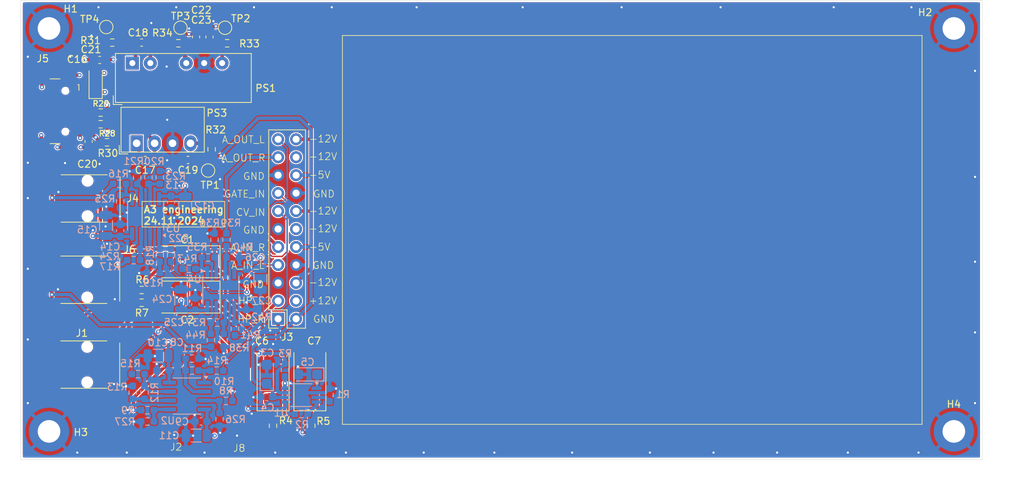
<source format=kicad_pcb>
(kicad_pcb (version 20240108) (generator "pcbnew") (generator_version "8.0")
  (layers (0 "F.Cu" signal) (1 "In1.Cu" signal) (2 "In2.Cu" signal) (31 "B.Cu" signal) (34 "B.Paste" user) (35 "F.Paste" user) (36 "B.SilkS" user "B.Silkscreen") (37 "F.SilkS" user "F.Silkscreen") (38 "B.Mask" user) (39 "F.Mask" user) (44 "Edge.Cuts" user))
  (net 0 "")
  (net 1 "Net-(U1-VO1)")
  (net 2 "Net-(C1-Pad2)")
  (net 3 "Net-(U1-VO2)")
  (net 4 "Net-(C2-Pad2)")
  (net 5 "+5V")
  (net 6 "GND")
  (net 7 "Net-(U1-BYPASS)")
  (net 8 "Net-(C6-Pad1)")
  (net 9 "/headphone_out_left")
  (net 10 "/headphone_out_right")
  (net 11 "Net-(C7-Pad1)")
  (net 12 "+12V")
  (net 13 "-12V")
  (net 14 "+5VISO")
  (net 15 "GNDISO")
  (net 16 "Net-(PS3-+Vin)")
  (net 17 "Net-(PS1-+Vin)")
  (net 18 "Net-(J1-PadR)")
  (net 19 "Net-(J1-PadT)")
  (net 20 "Net-(J2-PadT)")
  (net 21 "/audio_in_left")
  (net 22 "/audio_in_right")
  (net 23 "/cv_in")
  (net 24 "/audio_out_right")
  (net 25 "/gate_in")
  (net 26 "/audio_out_left")
  (net 27 "Net-(J4-PadT)")
  (net 28 "Net-(J4-PadR)")
  (net 34 "Net-(J5-CC1)")
  (net 36 "Net-(J5-CC2)")
  (net 37 "Net-(J6-PadR)")
  (net 38 "Net-(J6-PadT)")
  (net 39 "Net-(J8-PadT)")
  (net 40 "Net-(PS1--Vout)")
  (net 41 "Net-(PS1-+Vout)")
  (net 42 "Net-(PS3-+Vout)")
  (net 43 "Net-(U1-SHDN)")
  (net 44 "Net-(U1-IN2-)")
  (net 45 "Net-(U1-IN1-)")
  (net 46 "Net-(U2A-+)")
  (net 47 "Net-(U2B-+)")
  (net 48 "Net-(U2A--)")
  (net 49 "Net-(R10-Pad2)")
  (net 50 "Net-(U2B--)")
  (net 51 "Net-(R12-Pad2)")
  (net 52 "Net-(U3B-+)")
  (net 53 "Net-(U3A-+)")
  (net 54 "Net-(U3A--)")
  (net 55 "Net-(R18-Pad2)")
  (net 56 "Net-(R20-Pad2)")
  (net 57 "Net-(U3B--)")
  (net 58 "Net-(R35-Pad2)")
  (net 59 "Net-(U4A--)")
  (net 60 "Net-(U4B--)")
  (net 61 "Net-(R37-Pad2)")
  (net 62 "Net-(U4A-+)")
  (net 63 "Net-(U4B-+)")
  (footprint "Capacitor_Tantalum_SMD:CP_EIA-7343-31_Kemet-D_Pad2.25x2.55mm_HandSolder" (layer "F.Cu") (at 93.6 102 180)
    (property "Reference" "C2")
    (property "Value" "68u")
  )
  (footprint "Capacitor_SMD:C_0603_1608Metric_Pad1.08x0.95mm_HandSolder" (layer "F.Cu") (at 87.100563 66)
    (property "Reference" "C18")
    (property "Value" "100n")
  )
  (footprint "a3_library:MJ-3523-SMT-TR" (layer "F.Cu") (at 96.9625 122.3375)
    (property "Reference" "J8")
    (property "Value" "AudioJack2_SwitchT")
  )
  (footprint "Resistor_SMD:R_0603_1608Metric_Pad0.98x0.95mm_HandSolder" (layer "F.Cu") (at 81.301449 77.549049)
    (property "Reference" "R28")
    (property "Value" "5k1")
  )
  (footprint "Capacitor_SMD:C_0603_1608Metric_Pad1.08x0.95mm_HandSolder" (layer "F.Cu") (at 93.6625 82.6 180)
    (property "Reference" "C19")
    (property "Value" "1u")
  )
  (footprint "Connector_Audio:Jack_3.5mm_Lumberg_1503_02_Horizontal" (layer "F.Cu") (at 76.9 99.55 90)
    (property "Reference" "J6")
    (property "Value" "AudioJack3")
  )
  (footprint "Capacitor_SMD:C_0603_1608Metric_Pad1.08x0.95mm_HandSolder" (layer "F.Cu") (at 94.8 65.2 -90)
    (property "Reference" "C23")
    (property "Value" "1u")
  )
  (footprint "Resistor_SMD:R_0603_1608Metric_Pad0.98x0.95mm_HandSolder" (layer "F.Cu") (at 92.3 66.1)
    (property "Reference" "R34")
    (property "Value" "0R")
  )
  (footprint "Capacitor_Tantalum_SMD:CP_EIA-7343-31_Kemet-D_Pad2.25x2.55mm_HandSolder" (layer "F.Cu") (at 105.7 113.5 90)
    (property "Reference" "C6")
    (property "Value" "68u")
  )
  (footprint "Capacitor_Tantalum_SMD:CP_EIA-3216-18_Kemet-A" (layer "F.Cu") (at 80.6 71.6 90)
    (property "Reference" "C16")
    (property "Value" "10u")
  )
  (footprint "Resistor_SMD:R_0603_1608Metric_Pad0.98x0.95mm_HandSolder" (layer "F.Cu") (at 82.2 80.110761)
    (property "Reference" "R30")
    (property "Value" "0R")
  )
  (footprint "Converter_DCDC:Converter_DCDC_Murata_MEE1SxxxxSC_THT" (layer "F.Cu") (at 86.3925 80.2425 90)
    (property "Reference" "PS3")
    (property "Value" "MEE1S0505SC")
  )
  (footprint "MountingHole:MountingHole_3.2mm_M3_ISO7380_Pad" (layer "F.Cu") (at 202 121)
    (property "Reference" "H4")
    (property "Value" "MountingHole_Pad")
  )
  (footprint "Resistor_SMD:R_0603_1608Metric_Pad0.98x0.95mm_HandSolder" (layer "F.Cu") (at 87.1 102.8 180)
    (property "Reference" "R7")
    (property "Value" "10R")
  )
  (footprint "Connector_USB:USB_C_Receptacle_GCT_USB4110" (layer "F.Cu") (at 73.71 75.71 -90)
    (property "Reference" "J5")
    (property "Value" "USB_C_Receptacle_USB2.0_16P")
  )
  (footprint "TestPoint:TestPoint_Pad_D1.5mm" (layer "F.Cu") (at 98.9 63.9)
    (property "Reference" "TP2")
    (property "Value" "TestPoint_Small")
  )
  (footprint "Resistor_SMD:R_0603_1608Metric_Pad0.98x0.95mm_HandSolder" (layer "F.Cu") (at 111.1 120.2 -90)
    (property "Reference" "R5")
    (property "Value" "20k")
  )
  (footprint "Connector_PinSocket_2.54mm:PinSocket_2x11_P2.54mm_Vertical" (layer "F.Cu") (at 106.41 105.075 180)
    (property "Reference" "J3")
    (property "Value" "Conn_02x11_Odd_Even")
  )
  (footprint "Connector_Audio:Jack_3.5mm_Lumberg_1503_02_Horizontal" (layer "F.Cu") (at 76.9 111.55 90)
    (property "Reference" "J1")
    (property "Value" "AudioJack3")
  )
  (footprint "TestPoint:TestPoint_Pad_D1.5mm" (layer "F.Cu") (at 96.5 84.1)
    (property "Reference" "TP1")
    (property "Value" "TestPoint_Small")
  )
  (footprint "MountingHole:MountingHole_3.2mm_M3_ISO7380_Pad" (layer "F.Cu") (at 74 121)
    (property "Reference" "H3")
    (property "Value" "MountingHole_Pad")
  )
  (footprint "MountingHole:MountingHole_3.2mm_M3_ISO7380_Pad" (layer "F.Cu") (at 74 64)
    (property "Reference" "H1")
    (property "Value" "MountingHole_Pad")
  )
  (footprint "MountingHole:MountingHole_3.2mm_M3_ISO7380_Pad" (layer "F.Cu") (at 202 64)
    (property "Reference" "H2")
    (property "Value" "MountingHole_Pad")
  )
  (footprint "Converter_DCDC:Converter_DCDC_XP_POWER-IHxxxxS_THT" (layer "F.Cu") (at 85.79 68.9 90)
    (property "Reference" "PS1")
    (property "Value" "IH0512S")
  )
  (footprint "Resistor_SMD:R_0603_1608Metric_Pad0.98x0.95mm_HandSolder" (layer "F.Cu") (at 87.1 101 180)
    (property "Reference" "R6")
    (property "Value" "10R")
  )
  (footprint "TestPoint:TestPoint_Pad_D1.5mm" (layer "F.Cu") (at 82.1 63.8)
    (property "Reference" "TP4")
    (property "Value" "TestPoint_Small")
  )
  (footprint "Capacitor_Tantalum_SMD:CP_EIA-7343-31_Kemet-D_Pad2.25x2.55mm_HandSolder" (layer "F.Cu") (at 93.6 97 180)
    (property "Reference" "C1")
    (property "Value" "68u")
  )
  (footprint "Resistor_SMD:R_0603_1608Metric_Pad0.98x0.95mm_HandSolder" (layer "F.Cu") (at 81.3 75.9)
    (property "Reference" "R29")
    (property "Value" "5k1")
  )
  (footprint "Resistor_SMD:R_0603_1608Metric_Pad0.98x0.95mm_HandSolder" (layer "F.Cu") (at 82.946478 66)
    (property "Reference" "R31")
    (property "Value" "0R")
  )
  (footprint "a3_library:MJ-3523-SMT-TR" (layer "F.Cu") (at 87.9625 122.3375)
    (property "Reference" "J2")
    (property "Value" "AudioJack2_SwitchT")
  )
  (footprint "Capacitor_SMD:C_0603_1608Metric_Pad1.08x0.95mm_HandSolder" (layer "F.Cu") (at 96.7 65.2 90)
    (property "Reference" "C22")
    (property "Value" "1u")
  )
  (footprint "Resistor_SMD:R_0603_1608Metric_Pad0.98x0.95mm_HandSolder" (layer "F.Cu") (at 97 81.1 -90)
    (property "Reference" "R32")
    (property "Value" "0R")
  )
  (footprint "Capacitor_SMD:C_0603_1608Metric_Pad1.08x0.95mm_HandSolder" (layer "F.Cu") (at 81.171843 68.455307 180)
    (property "Reference" "C21")
    (property "Value" "1u")
  )
  (footprint "Resistor_SMD:R_0603_1608Metric_Pad0.98x0.95mm_HandSolder" (layer "F.Cu") (at 105.6875 120.2 -90)
    (property "Reference" "R4")
    (property "Value" "20k")
  )
  (footprint "Resistor_SMD:R_0603_1608Metric_Pad0.98x0.95mm_HandSolder" (layer "F.Cu") (at 99.2 66.1 180)
    (property "Reference" "R33")
    (property "Value" "0R")
  )
  (footprint "Connector_Audio:Jack_3.5mm_Lumberg_1503_02_Horizontal" (layer "F.Cu") (at 76.95 88.05 90)
    (property "Reference" "J4")
    (property "Value" "AudioJack3")
  )
  (footprint "TestPoint:TestPoint_Pad_D1.5mm" (layer "F.Cu") (at 92.6 63.9)
    (property "Reference" "TP3")
    (property "Value" "TestPoint_Small")
  )
  (footprint "Capacitor_SMD:C_0603_1608Metric_Pad1.08x0.95mm_HandSolder" (layer "F.Cu") (at 87.6 82.6 180)
    (property "Reference" "C17")
    (property "Value" "100n")
  )
  (footprint "Capacitor_SMD:C_0603_1608Metric_Pad1.08x0.95mm_HandSolder" (layer "F.Cu") (at 79.6 80 -90)
    (property "Reference" "C20")
    (property "Value" "1u")
  )
  (footprint "Capacitor_Tantalum_SMD:CP_EIA-7343-31_Kemet-D_Pad2.25x2.55mm_HandSolder" (layer "F.Cu") (at 110.9 113.5 90)
    (property "Reference" "C7")
    (property "Value" "68u")
  )
  (footprint "Resistor_SMD:R_0603_1608Metric_Pad0.98x0.95mm_HandSolder" (layer "B.Cu") (at 99.1 93.9 -90)
    (property "Reference" "R39")
    (property "Value" "10R")
  )
  (footprint "Capacitor_Tantalum_SMD:CP_EIA-3216-18_Kemet-A" (layer "B.Cu") (at 104.8025 112.9175 90)
    (property "Reference" "C3")
    (property "Value" "1u")
  )
  (footprint "Resistor_SMD:R_0603_1608Metric_Pad0.98x0.95mm_HandSolder" (layer "B.Cu") (at 97.4 93.9 -90)
    (property "Reference" "R36")
    (property "Value" "10k")
  )
  (footprint "Resistor_SMD:R_0603_1608Metric_Pad0.98x0.95mm_HandSolder" (layer "B.Cu") (at 109.68 118.54)
    (property "Reference" "R2")
    (property "Value" "20k")
  )
  (footprint "Resistor_SMD:R_0603_1608Metric_Pad0.98x0.95mm_HandSolder" (layer "B.Cu") (at 96.9 108.1 -90)
    (property "Reference" "R44")
    (property "Value" "10R")
  )
  (footprint "Capacitor_SMD:C_0603_1608Metric_Pad1.08x0.95mm_HandSolder" (layer "B.Cu") (at 95.4875 119.595 180)
    (property "Reference" "C9")
    (property "Value" "100n")
  )
  (footprint "Package_SO:SOIC-8_3.9x4.9mm_P1.27mm" (layer "B.Cu") (at 87.665 90.575 90)
    (property "Reference" "U3")
    (property "Value" "AD8676xR")
  )
  (footprint "Resistor_SMD:R_0603_1608Metric_Pad0.98x0.95mm_HandSolder" (layer "B.Cu") (at 89.665 96.075 90)
    (property "Reference" "R18")
    (property "Value" "0R")
  )
  (footprint "Resistor_SMD:R_0603_1608Metric_Pad0.98x0.95mm_HandSolder" (layer "B.Cu") (at 87.5125 115.495 90)
    (property "Reference" "R12")
    (property "Value" "0R")
  )
  (footprint "Resistor_SMD:R_0603_1608Metric_Pad0.98x0.95mm_HandSolder" (layer "B.Cu") (at 101.9 104.7 -90)
    (property "Reference" "R42")
    (property "Value" "10k")
  )
  (footprint "Resistor_SMD:R_0603_1608Metric_Pad0.98x0.95mm_HandSolder" (layer "B.Cu") (at 88.065 85.075 -90)
    (property "Reference" "R20")
    (property "Value" "0R")
  )
  (footprint "Capacitor_SMD:C_1206_3216Metric" (layer "B.Cu") (at 103.9 99.5 -90)
    (property "Reference" "C27")
    (property "Value" "10u")
  )
  (footprint "Resistor_SMD:R_0603_1608Metric_Pad0.98x0.95mm_HandSolder" (layer "B.Cu") (at 85.965 96.775)
    (property "Reference" "R17")
    (property "Value" "10R")
  )
  (footprint "Capacitor_SMD:C_1206_3216Metric" (layer "B.Cu") (at 94.825 121.595 180)
    (property "Reference" "C11")
    (property "Value" "10u")
  )
  (footprint "Capacitor_SMD:C_1206_3216Metric" (layer "B.Cu") (at 92.7 102.4 90)
    (property "Reference" "C24")
    (property "Value" "10u")
  )
  (footprint "Resistor_SMD:R_0603_1608Metric_Pad0.98x0.95mm_HandSolder" (layer "B.Cu") (at 84.065 88.475 90)
    (property "Reference" "R25")
    (property "Value" "10k")
  )
  (footprint "Capacitor_SMD:C_0603_1608Metric_Pad1.08x0.95mm_HandSolder" (layer "B.Cu") (at 94.7 103 90)
    (property "Reference" "C25")
    (property "Value" "100n")
  )
  (footprint "Resistor_SMD:R_0603_1608Metric_Pad0.98x0.95mm_HandSolder" (layer "B.Cu") (at 89.665 85.075 90)
    (property "Reference" "R23")
    (property "Value" "10R")
  )
  (footprint "Resistor_SMD:R_0603_1608Metric_Pad0.98x0.95mm_HandSolder" (layer "B.Cu") (at 100 96.4 180)
    (property "Reference" "R40")
    (property "Value" "10k")
  )
  (footprint "Resistor_SMD:R_0603_1608Metric_Pad0.98x0.95mm_HandSolder" (layer "B.Cu") (at 85.965 95.1625)
    (property "Reference" "R24")
    (property "Value" "10k")
  )
  (footprint "Resistor_SMD:R_0603_1608Metric_Pad0.98x0.95mm_HandSolder" (layer "B.Cu") (at 94.225 110.695 180)
    (property "Reference" "R11")
    (property "Value" "10k")
  )
  (footprint "Capacitor_SMD:C_1206_3216Metric" (layer "B.Cu") (at 82.065 91.875 90)
    (property "Reference" "C15")
    (property "Value" "10u")
  )
  (footprint "Resistor_SMD:R_0603_1608Metric_Pad0.98x0.95mm_HandSolder" (layer "B.Cu") (at 86.6125 112.895 180)
    (property "Reference" "R15")
    (property "Value" "10R")
  )
  (footprint "Resistor_SMD:R_0603_1608Metric_Pad0.98x0.95mm_HandSolder" (layer "B.Cu") (at 87.925 119.595)
    (property "Reference" "R27")
    (property "Value" "10k")
  )
  (footprint "Resistor_SMD:R_0603_1608Metric_Pad0.98x0.95mm_HandSolder" (layer "B.Cu") (at 87.925 117.995)
    (property "Reference" "R9")
    (property "Value" "10R")
  )
  (footprint "Capacitor_SMD:C_1206_3216Metric" (layer "B.Cu") (at 93.265 89.25 -90)
    (property "Reference" "C12")
    (property "Value" "10u")
  )
  (footprint "Resistor_SMD:R_0603_1608Metric_Pad0.98x0.95mm_HandSolder" (layer "B.Cu") (at 83.965 85.975)
    (property "Reference" "R16")
    (property "Value" "10R")
  )
  (footprint "Capacitor_SMD:C_0603_1608Metric_Pad1.08x0.95mm_HandSolder" (layer "B.Cu") (at 104.78 116.14 180)
    (property "Reference" "C4")
    (property "Value" "100n")
  )
  (footprint "Resistor_SMD:R_0603_1608Metric_Pad0.98x0.95mm_HandSolder" (layer "B.Cu") (at 91.265 96.075 -90)
    (property "Reference" "R22")
    (property "Value" "10R")
  )
  (footprint "Resistor_SMD:R_0603_1608Metric_Pad0.98x0.95mm_HandSolder" (layer "B.Cu") (at 96.5 96.4 180)
    (property "Reference" "R35")
    (property "Value" "0R")
  )
  (footprint "Capacitor_SMD:C_0603_1608Metric_Pad1.08x0.95mm_HandSolder" (layer "B.Cu") (at 91.265 88.575 -90)
    (property "Reference" "C13")
    (property "Value" "100n")
  )
  (footprint "Resistor_SMD:R_0603_1608Metric_Pad0.98x0.95mm_HandSolder" (layer "B.Cu") (at 97.725 112.395)
    (property "Reference" "R14")
    (property "Value" "10R")
  )
  (footprint "Capacitor_SMD:C_1206_3216Metric" (layer "B.Cu") (at 89.425 110.295 180)
    (property "Reference" "C10")
    (property "Value" "10u")
  )
  (footprint "Resistor_SMD:R_0603_1608Metric_Pad0.98x0.95mm_HandSolder" (layer "B.Cu") (at 99.025 116.695 180)
    (property "Reference" "R8")
    (property "Value" "10R")
  )
  (footprint "Capacitor_SMD:C_0603_1608Metric_Pad1.08x0.95mm_HandSolder" (layer "B.Cu") (at 101.9 98.9 -90)
    (property "Reference" "C26")
    (property "Value" "100n")
  )
  (footprint "Package_SO:HVSSOP-8-1EP_3x3mm_P0.65mm_EP1.57x1.89mm" (layer "B.Cu") (at 109.69 115.87 180)
    (property "Reference" "U1")
    (property "Value" "TPA6110A2DGN")
  )
  (footprint "Resistor_SMD:R_0603_1608Metric_Pad0.98x0.95mm_HandSolder" (layer "B.Cu") (at 85.8375 115.495 -90)
    (property "Reference" "R13")
    (property "Value" "10k")
  )
  (footprint "Package_SO:SOIC-8_3.9x4.9mm_P1.27mm" (layer "B.Cu") (at 93.5 116 180)
    (property "Reference" "U2")
    (property "Value" "AD8676xR")
  )
  (footprint "Resistor_SMD:R_0603_1608Metric_Pad0.98x0.95mm_HandSolder" (layer "B.Cu") (at 98.125 119.295 90)
    (property "Reference" "R26")
    (property "Value" "10k")
  )
  (footprint "Resistor_SMD:R_0603_1608Metric_Pad0.98x0.95mm_HandSolder" (layer "B.Cu") (at 100.3 106.5 90)
    (property "Reference" "R41")
    (property "Value" "10R")
  )
  (footprint "Resistor_SMD:R_0603_1608Metric_Pad0.98x0.95mm_HandSolder" (layer "B.Cu") (at 93.8 98 180)
    (property "Reference" "R43")
    (property "Value" "10R")
  )
  (footprint "Resistor_SMD:R_0603_1608Metric_Pad0.98x0.95mm_HandSolder" (layer "B.Cu") (at 88.765 98.575)
    (property "Reference" "R19")
    (property "Value" "10k")
  )
  (footprint "Capacitor_SMD:C_0603_1608Metric_Pad1.08x0.95mm_HandSolder" (layer "B.Cu") (at 90.125 112.395 180)
    (property "Reference" "C8")
    (property "Value" "100n")
  )
  (footprint "Resistor_SMD:R_0603_1608Metric_Pad0.98x0.95mm_HandSolder" (layer "B.Cu") (at 98.7 108.1 90)
    (property "Reference" "R38")
    (property "Value" "10k")
  )
  (footprint "Resistor_SMD:R_0603_1608Metric_Pad0.98x0.95mm_HandSolder" (layer "B.Cu") (at 94.225 112.395)
    (property "Reference" "R10")
    (property "Value" "0R")
  )
  (footprint "Resistor_SMD:R_0603_1608Metric_Pad0.98x0.95mm_HandSolder" (layer "B.Cu") (at 86.465 85.1 -90)
    (property "Reference" "R21")
    (property "Value" "10k")
  )
  (footprint "Capacitor_Tantalum_SMD:CP_EIA-3216-18_Kemet-A" (layer "B.Cu") (at 110.58 112.94 180)
    (property "Reference" "C5")
    (property "Value" "1u")
  )
  (footprint "Resistor_SMD:R_0603_1608Metric_Pad0.98x0.95mm_HandSolder" (layer "B.Cu") (at 113.68 115.84 90)
    (property "Reference" "R1")
    (property "Value" "0R")
  )
  (footprint "Resistor_SMD:R_0603_1608Metric_Pad0.98x0.95mm_HandSolder" (layer "B.Cu") (at 107.38 112.34 90)
    (property "Reference" "R3")
    (property "Value" "20k")
  )
  (footprint "Package_SO:SOIC-8_3.9x4.9mm_P1.27mm" (layer "B.Cu") (at 98.3 101 -90)
    (property "Reference" "U4")
    (property "Value" "AD8676xR")
  )
  (footprint "Resistor_SMD:R_0603_1608Metric_Pad0.98x0.95mm_HandSolder" (layer "B.Cu") (at 97.8 105.6 180)
    (property "Reference" "R37")
    (property "Value" "0R")
  )
  (footprint "Capacitor_SMD:C_0603_1608Metric_Pad1.08x0.95mm_HandSolder" (layer "B.Cu") (at 84.065 92.575 90)
    (property "Reference" "C14")
    (property "Value" "100n")
  )
  (gr_line (start 87.17 88.47) (end 98.83 88.47) (stroke (width 0.1)) (layer "F.SilkS"))
  (gr_line (start 115.5 65) (end 115.5 120) (stroke (width 0.1)) (layer "F.SilkS"))
  (gr_line (start 98.83 92.09) (end 87.17 92.09) (stroke (width 0.1)) (layer "F.SilkS"))
  (gr_line (start 115.5 65) (end 197.5 65) (stroke (width 0.1)) (layer "F.SilkS"))
  (gr_line (start 115.5 120) (end 197.5 120) (stroke (width 0.1)) (layer "F.SilkS"))
  (gr_line (start 98.83 88.47) (end 98.83 92.09) (stroke (width 0.1)) (layer "F.SilkS"))
  (gr_line (start 87.17 88.47) (end 87.17 92.09) (stroke (width 0.1)) (layer "F.SilkS"))
  (gr_line (start 197.5 65) (end 197.5 120) (stroke (width 0.1)) (layer "F.SilkS"))
  (gr_line (start 206 60) (end 206 125) (stroke (width 0.05)) (layer "Edge.Cuts"))
  (gr_line (start 70 60) (end 206 60) (stroke (width 0.05)) (layer "Edge.Cuts"))
  (gr_line (start 70 125) (end 206 125) (stroke (width 0.05)) (layer "Edge.Cuts"))
  (gr_line (start 70 60) (end 70 125) (stroke (width 0.05)) (layer "Edge.Cuts"))
  (gr_text "GND" (at 101.3 100.8 0) (layer "F.SilkS") (effects (font (size 1 1) (thickness 0.1)) (justify left bottom)))
  (gr_text "A_IN_L" (at 99.7 98.1 0) (layer "F.SilkS") (effects (font (size 1 1) (thickness 0.1)) (justify left bottom)))
  (gr_text "-12V" (at 110.7 100.495 0) (layer "F.SilkS") (effects (font (size 1 1) (thickness 0.1)) (justify left bottom)))
  (gr_text "-12V" (at 110.7 80.195 0) (layer "F.SilkS") (effects (font (size 1 1) (thickness 0.1)) (justify left bottom)))
  (gr_text "GND" (at 101.4 85.5 0) (layer "F.SilkS") (effects (font (size 1 1) (thickness 0.1)) (justify left bottom)))
  (gr_text "HP_R" (at 100.6 105.7 0) (layer "F.SilkS") (effects (font (size 1 1) (thickness 0.1)) (justify left bottom)))
  (gr_text "GND" (at 111.2 98.095 0) (layer "F.SilkS") (effects (font (size 1 1) (thickness 0.1)) (justify left bottom)))
  (gr_text "A_OUT_L" (at 98.4 80.3 0) (layer "F.SilkS") (effects (font (size 1 1) (thickness 0.1)) (justify left bottom)))
  (gr_text "GND" (at 111.3 105.695 0) (layer "F.SilkS") (effects (font (size 1 1) (thickness 0.1)) (justify left bottom)))
  (gr_text "-12V" (at 110.7 90.395 0) (layer "F.SilkS") (effects (font (size 1 1) (thickness 0.1)) (justify left bottom)))
  (gr_text "GND" (at 111.3 87.995 0) (layer "F.SilkS") (effects (font (size 1 1) (thickness 0.1)) (justify left bottom)))
  (gr_text "+12V" (at 110.7 92.895 0) (layer "F.SilkS") (effects (font (size 1 1) (thickness 0.1)) (justify left bottom)))
  (gr_text "A_OUT_R" (at 98.3 82.9 0) (layer "F.SilkS") (effects (font (size 1 1) (thickness 0.1)) (justify left bottom)))
  (gr_text "+5V" (at 110.7 95.495 0) (layer "F.SilkS") (effects (font (size 1 1) (thickness 0.1)) (justify left bottom)))
  (gr_text "A_IN_R" (at 99.6 95.6 0) (layer "F.SilkS") (effects (font (size 1 1) (thickness 0.1)) (justify left bottom)))
  (gr_text "GND" (at 101.4 93.1 0) (layer "F.SilkS") (effects (font (size 1 1) (thickness 0.1)) (justify left bottom)))
  (gr_text "CV_IN" (at 100.4 90.6 0) (layer "F.SilkS") (effects (font (size 1 1) (thickness 0.1)) (justify left bottom)))
  (gr_text "A3 engineering\n24.11.2024" (at 87.3 91.81 0) (layer "F.SilkS") (effects (font (size 1 1) (thickness 0.2) (bold yes)) (justify left bottom)))
  (gr_text "+12V" (at 110.7 82.695 0) (layer "F.SilkS") (effects (font (size 1 1) (thickness 0.1)) (justify left bottom)))
  (gr_text "+5V" (at 110.7 85.295 0) (layer "F.SilkS") (effects (font (size 1 1) (thickness 0.1)) (justify left bottom)))
  (gr_text "GATE_IN" (at 98.7 88 0) (layer "F.SilkS") (effects (font (size 1 1) (thickness 0.1)) (justify left bottom)))
  (gr_text "HP_L" (at 100.7 103.1 0) (layer "F.SilkS") (effects (font (size 1 1) (thickness 0.1)) (justify left bottom)))
  (gr_text "+12V" (at 110.7 103.095 0) (layer "F.SilkS") (effects (font (size 1 1) (thickness 0.1)) (justify left bottom)))
  (segment (start 103.3 106.11) (end 98.98 101.79) (width 0.5) (layer "F.Cu") (net 1))
  (segment (start 103.69 109.98) (end 103.3 109.59) (width 0.5) (layer "F.Cu") (net 1))
  (segment (start 98.98 101.79) (end 98.98 99.18) (width 0.5) (layer "F.Cu") (net 1))
  (segment (start 103.3 109.59) (end 103.3 106.11) (width 0.5) (layer "F.Cu") (net 1))
  (segment (start 98.98 99.18) (end 96.8 97) (width 0.5) (layer "F.Cu") (net 1))
  (via (at 103.69 109.98) (size 0.6) (drill 0.3) (layers "F.Cu" "B.Cu") (net 1))
  (segment (start 107.38 111.4275) (end 107.38 110.74) (width 0.5) (layer "B.Cu") (net 1))
  (segment (start 106.2925 115.24) (end 106.2925 112.515) (width 0.5) (layer "B.Cu") (net 1))
  (segment (start 106.2925 112.515) (end 107.38 111.4275) (width 0.5) (layer "B.Cu") (net 1))
  (segment (start 107.38 110.74) (end 106.65 110.01) (width 0.5) (layer "B.Cu") (net 1))
  (segment (start 106.5975 115.545) (end 106.2925 115.24) (width 0.5) (layer "B.Cu") (net 1))
  (segment (start 106.65 110.01) (end 106.62 109.98) (width 0.5) (layer "B.Cu") (net 1))
  (segment (start 106.62 109.98) (end 103.69 109.98) (width 0.5) (layer "B.Cu") (net 1))
  (segment (start 107.54 115.545) (end 106.5975 115.545) (width 0.5) (layer "B.Cu") (net 1))
  (segment (start 88.0125 99.3875) (end 90.4 97) (width 0.5) (layer "F.Cu") (net 2))
  (segment (start 88.0125 101) (end 88.0125 99.3875) (width 0.5) (layer "F.Cu") (net 2))
  (segment (start 102.4625 107.6625) (end 96.8 102) (width 0.5) (layer "F.Cu") (net 3))
  (segment (start 102.18 111.975634) (end 102.4625 111.693134) (width 0.5) (layer "F.Cu") (net 3))
  (segment (start 102.18 117.78) (end 102.18 111.975634) (width 0.5) (layer "F.Cu") (net 3))
  (segment (start 102.4625 111.693134) (end 102.4625 107.6625) (width 0.5) (layer "F.Cu") (net 3))
  (via (at 102.18 117.78) (size 0.6) (drill 0.3) (layers "F.Cu" "B.Cu") (net 3))
  (segment (start 108 118.54) (end 108.7675 118.54) (width 0.5) (layer "B.Cu") (net 3))
  (segment (start 107.54 116.845) (end 107.54 117.78) (width 0.5) (layer "B.Cu") (net 3))
  (segment (start 107.54 117.78) (end 102.18 117.78) (width 0.5) (layer "B.Cu") (net 3))
  (segment (start 107.54 118.08) (end 108 118.54) (width 0.5) (layer "B.Cu") (net 3))
  (segment (start 107.54 117.78) (end 107.54 118.08) (width 0.5) (layer "B.Cu") (net 3))
  (segment (start 102.18 117.78) (end 102.16 117.78) (width 0.5) (layer "B.Cu") (net 3))
  (segment (start 89.6 102.8) (end 90.4 102) (width 0.5) (layer "F.Cu") (net 4))
  (segment (start 88.0125 102.8) (end 89.6 102.8) (width 0.5) (layer "F.Cu") (net 4))
  (segment (start 98.3 82) (end 98.2875 82.0125) (width 0.5) (layer "F.Cu") (net 5))
  (segment (start 97 82.0125) (end 96.5 82.0125) (width 0.5) (layer "F.Cu") (net 5))
  (segment (start 95.1125 82.0125) (end 94.525 82.6) (width 0.5) (layer "F.Cu") (net 5))
  (segment (start 96.5 82.0125) (end 95.1125 82.0125) (width 0.5) (layer "F.Cu") (net 5))
  (segment (start 97 82.0125) (end 98.3 82) (width 0.5) (layer "F.Cu") (net 5))
  (segment (start 96.5 84.1) (end 96.5 82.0125) (width 0.5) (layer "F.Cu") (net 5))
  (via (at 98.3 82) (size 0.6) (drill 0.3) (layers "F.Cu" "B.Cu") (net 5))
  (segment (start 102.83 109.14) (end 104.315 107.655) (width 0.5) (layer "B.Cu") (net 5))
  (segment (start 104.8025 114.2675) (end 103.4675 114.2675) (width 0.5) (layer "B.Cu") (net 5))
  (segment (start 104.315 107.655) (end 106.325 107.655) (width 0.5) (layer "B.Cu") (net 5))
  (segment (start 108.95 84.755) (end 110.975 84.755) (width 0.5) (layer "B.Cu") (net 5))
  (segment (start 105.6975 116.195) (end 105.6425 116.14) (width 0.5) (layer "B.Cu") (net 5))
  (segment (start 105.6425 116.14) (end 105.6425 115.1075) (width 0.5) (layer "B.Cu") (net 5))
  (segment (start 111.06 84.84) (end 111.06 94.66) (width 0.5) (layer "B.Cu") (net 5))
  (segment (start 102.83 113.63) (end 102.83 109.14) (width 0.5) (layer "B.Cu") (net 5))
  (segment (start 98.3 82) (end 103.61 76.69) (width 0.5) (layer "B.Cu") (net 5))
  (segment (start 107.54 116.195) (end 105.6975 116.195) (width 0.5) (layer "B.Cu") (net 5))
  (segment (start 111.06 94.66) (end 111.06 102.965) (width 0.5) (layer "B.Cu") (net 5))
  (segment (start 108.95 94.915) (end 110.805 94.915) (width 0.5) (layer "B.Cu") (net 5))
  (segment (start 109.43 76.69) (end 111.06 78.32) (width 0.5) (layer "B.Cu") (net 5))
  (segment (start 103.61 76.69) (end 109.43 76.69) (width 0.5) (layer "B.Cu") (net 5))
  (segment (start 111.06 78.32) (end 111.06 84.84) (width 0.5) (layer "B.Cu") (net 5))
  (segment (start 108.905 105.075) (end 108.95 105.075) (width 0.5) (layer "B.Cu") (net 5))
  (segment (start 106.325 107.655) (end 108.905 105.075) (width 0.5) (layer "B.Cu") (net 5))
  (segment (start 105.6425 115.1075) (end 104.8025 114.2675) (width 0.5) (layer "B.Cu") (net 5))
  (segment (start 111.06 102.965) (end 108.95 105.075) (width 0.5) (layer "B.Cu") (net 5))
  (segment (start 110.975 84.755) (end 111.06 84.84) (width 0.5) (layer "B.Cu") (net 5))
  (segment (start 110.805 94.915) (end 111.06 94.66) (width 0.5) (layer "B.Cu") (net 5))
  (segment (start 103.4675 114.2675) (end 102.83 113.63) (width 0.5) (layer "B.Cu") (net 5))
  (segment (start 83.2 114.3) (end 83.2 115.55) (width 0.5) (layer "F.Cu") (net 6))
  (segment (start 92.8 82.6) (end 92.8 81.57) (width 0.5) (layer "F.Cu") (net 6))
  (segment (start 94.8 67.75) (end 95.95 68.9) (width 0.5) (layer "F.Cu") (net 6))
  (segment (start 96.7 68.15) (end 95.95 68.9) (width 0.5) (layer "F.Cu") (net 6))
  (segment (start 82 92) (end 83.2 92) (width 0.5) (layer "F.Cu") (net 6))
  (segment (start 100.6 120) (end 100.6625 119.9375) (width 0.5) (layer "F.Cu") (net 6))
  (segment (start 83.3 102.3) (end 83.3 103.55) (width 0.5) (layer "F.Cu") (net 6))
  (segment (start 100.6 121.6) (end 100.6 120) (width 0.5) (layer "F.Cu") (net 6))
  (segment (start 83.2 92) (end 83.3 92.1) (width 0.5) (layer "F.Cu") (net 6))
  (segment (start 96.7 66.0625) (end 96.7 68.15) (width 0.5) (layer "F.Cu") (net 6))
  (segment (start 91.7 119.975) (end 91.6625 119.9375) (width 0.5) (layer "F.Cu") (net 6))
  (segment (start 92.8 81.57) (end 91.4725 80.2425) (width 0.5) (layer "F.Cu") (net 6))
  (segment (start 94.8 66.0625) (end 94.8 67.75) (width 0.5) (layer "F.Cu") (net 6))
  (segment (start 83.3 103.55) (end 83.25 103.6) (width 0.5) (layer "F.Cu") (net 6))
  (segment (start 83.2 115.55) (end 83.25 115.6) (width 0.5) (layer "F.Cu") (net 6))
  (segment (start 91.7 121.5) (end 91.7 119.975) (width 0.5) (layer "F.Cu") (net 6))
  (via (at 94.7 101) (size 0.6) (drill 0.3) (layers "F.Cu" "B.Cu") (net 6))
  (via (at 148 124) (size 0.6) (drill 0.3) (layers "F.Cu" "B.Cu") (net 6))
  (via (at 92.7 99.8) (size 0.6) (drill 0.3) (layers "F.Cu" "B.Cu") (net 6))
  (via (at 76.27 83.04) (size 0.6) (drill 0.3) (layers "F.Cu" "B.Cu") (net 6))
  (via (at 71 68) (size 0.6) (drill 0.3) (layers "F.Cu" "B.Cu") (net 6))
  (via (at 85 124) (size 0.6) (drill 0.3) (layers "F.Cu" "B.Cu") (net 6))
  (via (at 75.33 87.13) (size 0.6) (drill 0.3) (layers "F.Cu" "B.Cu") (net 6))
  (via (at 100.9 95.4) (size 0.6) (drill 0.3) (layers "F.Cu" "B.Cu") (net 6))
  (via (at 102.67 118.5) (size 0.6) (drill 0.3) (layers "F.Cu" "B.Cu") (net 6))
  (via (at 103.63 111.58) (size 0.6) (drill 0.3) (layers "F.Cu" "B.Cu") (net 6))
  (via (at 85.4 84.2) (size 0.6) (drill 0.3) (layers "F.Cu" "B.Cu") (net 6))
  (via (at 82.2 94.45) (size 0.6) (drill 0.3) (layers "F.Cu" "B.Cu") (net 6))
  (via (at 98.19 85.32) (size 0.6) (drill 0.3) (layers "F.Cu" "B.Cu") (net 6))
  (via (at 102.57 101.8) (size 0.6) (drill 0.3) (layers "F.Cu" "B.Cu") (net 6))
  (via (at 86.03 119.62) (size 0.6) (drill 0.3) (layers "F.Cu" "B.Cu") (net 6))
  (via (at 187 124) (size 0.6) (drill 0.3) (layers "F.Cu" "B.Cu") (net 6))
  (via (at 85 90.05) (size 0.6) (drill 0.3) (layers "F.Cu" "B.Cu") (net 6))
  (via (at 90.71 82.65) (size 0.6) (drill 0.3) (layers "F.Cu" "B.Cu") (net 6))
  (via (at 80.21 92.55) (size 0.6) (drill 0.3) (layers "F.Cu" "B.Cu") (net 6))
  (via (at 71 98) (size 0.6) (drill 0.3) (layers "F.Cu" "B.Cu") (net 6))
  (via (at 78 124) (size 0.6) (drill 0.3) (layers "F.Cu" "B.Cu") (net 6))
  (via (at 109.21 111.82) (size 0.6) (drill 0.3) (layers "F.Cu" "B.Cu") (net 6))
  (via (at 91.7 90.8) (size 0.6) (drill 0.3) (layers "F.Cu" "B.Cu") (net 6))
  (via (at 126 61) (size 0.6) (drill 0.3) (layers "F.Cu" "B.Cu") (net 6))
  (via (at 96.4 93) (size 0.6) (drill 0.3) (layers "F.Cu" "B.Cu") (net 6))
  (via (at 96.15 110.75) (size 0.6) (drill 0.3) (layers "F.Cu" "B.Cu") (net 6))
  (via (at 88.98 110.35) (size 0.6) (drill 0.3) (layers "F.Cu" "B.Cu") (net 6))
  (via (at 100.6 121.6) (size 0.6) (drill 0.3) (layers "F.Cu" "B.Cu") (net 6))
  (via (at 205 97) (size 0.6) (drill 0.3) (layers "F.Cu" "B.Cu") (net 6))
  (via (at 137 124) (size 0.6) (drill 0.3) (layers "F.Cu" "B.Cu") (net 6))
  (via (at 185 61) (size 0.6) (drill 0.3) (layers "F.Cu" "B.Cu") (net 6))
  (via (at 105.29 106.73) (size 0.6) (drill 0.3) (layers "F.Cu" "B.Cu") (net 6))
  (via (at 98.2 121.2) (size 0.6) (drill 0.3) (layers "F.Cu" "B.Cu") (net 6))
  (via (at 75.26 100.9) (size 0.6) (drill 0.3) (layers "F.Cu" "B.Cu") (net 6))
  (via (at 205 70) (size 0.6) (drill 0.3) (layers "F.Cu" "B.Cu") (net 6))
  (via (at 84.9 114.61) (size 0.6) (drill 0.3) (layers "F.Cu" "B.Cu") (net 6))
  (via (at 81 61) (size 0.6) (drill 0.3) (layers "F.Cu" "B.Cu") (net 6))
  (via (at 92.44 86.25) (size 0.6) (drill 0.3) (layers "F.Cu" "B.Cu") (net 6))
  (via (at 84.05 90.6) (size 0.6) (drill 0.3) (layers "F.Cu" "B.Cu") (net 6))
  (via (at 205 85) (size 0.6) (drill 0.3) (layers "F.Cu" "B.Cu") (net 6))
  (via (at 77 68) (size 0.6) (drill 0.3) (layers "F.Cu" "B.Cu") (net 6))
  (via (at 102.91 116.17) (size 0.6) (drill 0.3) (layers "F.Cu" "B.Cu") (net 6))
  (via (at 141 61) (size 0.6) (drill 0.3) (layers "F.Cu" "B.Cu") (net 6))
  (via (at 169 61) (size 0.6) (drill 0.3) (layers "F.Cu" "B.Cu") (net 6))
  (via (at 127 124) (size 0.6) (drill 0.3) (layers "F.Cu" "B.Cu") (net 6))
  (via (at 155 61) (size 0.6) (drill 0.3) (layers "F.Cu" "B.Cu") (net 6))
  (via (at 83.3 102.3) (size 0.6) (drill 0.3) (layers "F.Cu" "B.Cu") (net 6))
  (via (at 100.9 99.85) (size 0.6) (drill 0.3) (layers "F.Cu" "B.Cu") (net 6))
  (via (at 88.47 63.23) (size 0.6) (drill 0.3) (layers "F.Cu" "B.Cu") (net 6))
  (via (at 90.72 76.92) (size 0.6) (drill 0.3) (layers "F.Cu" "B.Cu") (net 6))
  (via (at 71 117) (size 0.6) (drill 0.3) (layers "F.Cu" "B.Cu") (net 6))
  (via (at 103.08 96.73) (size 0.6) (drill 0.3) (layers "F.Cu" "B.Cu") (net 6))
  (via (at 159 124) (size 0.6) (drill 0.3) (layers "F.Cu" "B.Cu") (net 6))
  (via (at 116 124) (size 0.6) (drill 0.3) (layers "F.Cu" "B.Cu") (net 6))
  (via (at 92 61) (size 0.6) (drill 0.3) (layers "F.Cu" "B.Cu") (net 6))
  (via (at 85.14 117.97) (size 0.6) (drill 0.3) (layers "F.Cu" "B.Cu") (net 6))
  (via (at 197 124) (size 0.6) (drill 0.3) (layers "F.Cu" "B.Cu") (net 6))
  (via (at 93.52 95.54) (size 0.6) (drill 0.3) (layers "F.Cu" "B.Cu") (net 6))
  (via (at 89.24 111.46) (size 0.6) (drill 0.3) (layers "F.Cu" "B.Cu") (net 6))
  (via (at 103.85 99.9) (size 0.6) (drill 0.3) (layers "F.Cu" "B.Cu") (net 6))
  (via (at 71 108) (size 0.6) (drill 0.3) (layers "F.Cu" "B.Cu") (net 6))
  (via (at 82 92) (size 0.6) (drill 0.3) (layers "F.Cu" "B.Cu") (net 6))
  (via (at 82.1 89.2) (size 0.6) (drill 0.3) (layers "F.Cu" "B.Cu") (net 6))
  (via (at 91.7 121.5) (size 0.6) (drill 0.3) (layers "F.Cu" "B.Cu") (net 6))
  (via (at 168 124) (size 0.6) (drill 0.3) (layers "F.Cu" "B.Cu") (net 6))
  (via (at 196 61) (size 0.6) (drill 0.3) (layers "F.Cu" "B.Cu") (net 6))
  (via (at 94.39 121.6) (size 0.6) (drill 0.3) (layers "F.Cu" "B.Cu") (net 6))
  (via (at 90.64 69.39) (size 0.6) (drill 0.3) (layers "F.Cu" "B.Cu") (net 6))
  (via (at 114.61 114.94) (size 0.6) (drill 0.3) (layers "F.Cu" "B.Cu") (net 6))
  (via (at 97.26 62.97) (size 0.6) (drill 0.3) (layers "F.Cu" "B.Cu") (net 6))
  (via (at 93.82 64.01) (size 0.6) (drill 0.3) (layers "F.Cu" "B.Cu") (net 6))
  (via (at 98.67 82.88) (size 0.6) (drill 0.3) (layers "F.Cu" "B.Cu") (net 6))
  (via (at 71 88) (size 0.6) (drill 0.3) (layers "F.Cu" "B.Cu") (net 6))
  (via (at 80 65) (size 0.6) (drill 0.3) (layers "F.Cu" "B.Cu") (net 6))
  (via (at 101.9 102.75) (size 0.6) (drill 0.3) (layers "F.Cu" "B.Cu") (net 6))
  (via (at 92.07 102.05) (size 0.6) (drill 0.3) (layers "F.Cu" "B.Cu") (net 6))
  (via (at 81.15 83.17) (size 0.6) (drill 0.3) (layers "F.Cu" "B.Cu") (net 6))
  (via (at 108.16 114.17) (size 0.6) (drill 0.3) (layers "F.Cu" "B.Cu") (net 6))
  (via (at 98.71 109.95) (size 0.6) (drill 0.3) (layers "F.Cu" "B.Cu") (net 6))
  (via (at 177 124) (size 0.6) (drill 0.3) (layers "F.Cu" "B.Cu") (net 6))
  (via (at 114 61) (size 0.6) (drill 0.3) (layers "F.Cu" "B.Cu") (net 6))
  (via (at 83.2 114.3) (size 0.6) (drill 0.3) (layers "F.Cu" "B.Cu") (net 6))
  (via (at 86.75 98.6) (size 0.6) (drill 0.3) (layers "F.Cu" "B.Cu") (net 6))
  (via (at 205 117) (size 0.6) (drill 0.3) (layers "F.Cu" "B.Cu") (net 6))
  (via (at 94.6 118.67) (size 0.6) (drill 0.3) (layers "F.Cu" "B.Cu") (net 6))
  (via (at 96 124) (size 0.6) (drill 0.3) (layers "F.Cu" "B.Cu") (net 6))
  (via (at 106 124) (size 0.6) (drill 0.3) (layers "F.Cu" "B.Cu") (net 6))
  (via (at 105.7 108.64) (size 0.6) (drill 0.3) (layers "F.Cu" "B.Cu") (net 6))
  (via (at 90.3 89.4) (size 0.6) (drill 0.3) (layers "F.Cu" "B.Cu") (net 6))
  (via (at 71 83) (size 0.6) (drill 0.3) (layers "F.Cu" "B.Cu") (net 6))
  (via (at 103 61) (size 0.6) (drill 0.3) (layers "F.Cu" "B.Cu") (net 6))
  (via (at 205 107) (size 0.6) (drill 0.3) (layers "F.Cu" "B.Cu") (net 6))
  (via (at 109.11 120.81) (size 0.6) (drill 0.3) (layers "F.Cu" "B.Cu") (net 6))
  (segment (start 104.79 111.58) (end 104.8025 111.5675) (width 0.5) (layer "B.Cu") (net 6))
  (segment (start 100.9 99.85) (end 101.8125 99.85) (width 0.5) (layer "B.Cu") (net 6))
  (segment (start 98.71 109.0225) (end 98.7 109.0125) (width 0.5) (layer "B.Cu") (net 6))
  (segment (start 97.3875 93) (end 97.4 92.9875) (width 0.5) (layer "B.Cu") (net 6))
  (segment (start 94.6 118.67) (end 94.6 119.57) (width 0.5) (layer "B.Cu") (net 6))
  (segment (start 85.81 114.61) (end 85.8375 114.5825) (width 0.5) (layer "B.Cu") (net 6))
  (segment (start 93.355 121.6) (end 93.35 121.595) (width 0.5) (layer "B.Cu") (net 6))
  (segment (start 92.7 99.8) (end 92.7 100.925) (width 0.5) (layer "B.Cu") (net 6))
  (segment (start 87.8275 98.6) (end 87.8525 98.575) (width 0.5) (layer "B.Cu") (net 6))
  (segment (start 113.6925 114.94) (end 113.68 114.9275) (width 0.5) (layer "B.Cu") (net 6))
  (segment (start 102.91 116.17) (end 103.8875 116.17) (width 0.5) (layer "B.Cu") (net 6))
  (segment (start 86.75 98.6) (end 87.8275 98.6) (width 0.5) (layer "B.Cu") (net 6))
  (segment (start 84.7275 90.05) (end 84.065 89.3875) (width 0.5) (layer "B.Cu") (net 6))
  (segment (start 103.8875 116.17) (end 103.9175 116.14) (width 0.5) (layer "B.Cu") (net 6))
  (segment (start 103.63 111.58) (end 104.79 111.58) (width 0.5) (layer "B.Cu") (net 6))
  (segment (start 96.4 93) (end 97.3875 93) (width 0.5) (layer "B.Cu") (net 6))
  (segment (start 91.2275 89.4) (end 91.265 89.4375) (width 0.5) (layer "B.Cu") (net 6))
  (segment (start 109.21 112.92) (end 109.23 112.94) (width 0.5) (layer "B.Cu") (net 6))
  (segment (start 84.34 94.45) (end 85.0525 95.1625) (width 0.5) (layer "B.Cu") (net 6))
  (segment (start 98.71 109.95) (end 98.71 109.0225) (width 0.5) (layer "B.Cu") (net 6))
  (segment (start 103.85 100.925) (end 103.9 100.975) (width 0.5) (layer "B.Cu") (net 6))
  (segment (start 100.9 96.3875) (end 100.9125 96.4) (width 0.5) (layer "B.Cu") (net 6))
  (segment (start 94.7 101) (end 94.7 102.1375) (width 0.5) (layer "B.Cu") (net 6))
  (segment (start 84.05 91.6975) (end 84.065 91.7125) (width 0.5) (layer "B.Cu") (net 6))
  (segment (start 88.005 110.35) (end 87.95 110.295) (width 0.5) (layer "B.Cu") (net 6))
  (segment (start 82.1 90.365) (end 82.065 90.4) (width 0.5) (layer "B.Cu") (net 6))
  (segment (start 101.8125 99.85) (end 101.9 99.7625) (width 0.5) (layer "B.Cu") (net 6))
  (segment (start 84.05 90.6) (end 84.05 91.6975) (width 0.5) (layer "B.Cu") (net 6))
  (segment (start 86.4525 84.2) (end 86.465 84.1875) (width 0.5) (layer "B.Cu") (net 6))
  (segment (start 82.2 94.45) (end 84.34 94.45) (width 0.5) (layer "B.Cu") (net 6))
  (segment (start 82.1 89.2) (end 82.1 90.365) (width 0.5) (layer "B.Cu") (net 6))
  (segment (start 110.015 115.545) (end 109.69 115.87) (width 0.5) (layer "B.Cu") (net 6))
  (segment (start 84.9 114.61) (end 85.81 114.61) (width 0.5) (layer "B.Cu") (net 6))
  (segment (start 86.03 119.62) (end 86.9875 119.62) (width 0.5) (layer "B.Cu") (net 6))
  (segment (start 95.1925 110.75) (end 95.1375 110.695) (width 0.5) (layer "B.Cu") (net 6))
  (segment (start 113.0625 115.545) (end 113.68 114.9275) (width 0.5) (layer "B.Cu") (net 6))
  (segment (start 90.3 89.4) (end 91.2275 89.4) (width 0.5) (layer "B.Cu") (net 6))
  (segment (start 96.15 110.75) (end 95.1925 110.75) (width 0.5) (layer "B.Cu") (net 6))
  (segment (start 91.7 90.8) (end 93.19 90.8) (width 0.5) (layer "B.Cu") (net 6))
  (segment (start 94.6 119.57) (end 94.625 119.595) (width 0.5) (layer "B.Cu") (net 6))
  (segment (start 111.84 115.545) (end 113.0625 115.545) (width 0.5) (layer "B.Cu") (net 6))
  (segment (start 86.9875 119.62) (end 87.0125 119.595) (width 0.5) (layer "B.Cu") (net 6))
  (segment (start 89.24 111.46) (end 89.24 112.3725) (width 0.5) (layer "B.Cu") (net 6))
  (segment (start 114.61 114.94) (end 113.6925 114.94) (width 0.5) (layer "B.Cu") (net 6))
  (segment (start 103.85 99.9) (end 103.85 100.925) (width 0.5) (layer "B.Cu") (net 6))
  (segment (start 98.2 120.2825) (end 98.125 120.2075) (width 0.5) (layer "B.Cu") (net 6))
  (segment (start 109.21 111.82) (end 109.21 112.92) (width 0.5) (layer "B.Cu") (net 6))
  (segment (start 85 90.05) (end 84.7275 90.05) (width 0.5) (layer "B.Cu") (net 6))
  (segment (start 89.24 112.3725) (end 89.2625 112.395) (width 0.5) (layer "B.Cu") (net 6))
  (segment (start 111.84 115.545) (end 110.015 115.545) (width 0.5) (layer "B.Cu") (net 6))
  (segment (start 98.2 121.2) (end 98.2 120.2825) (width 0.5) (layer "B.Cu") (net 6))
  (segment (start 88.98 110.35) (end 88.005 110.35) (width 0.5) (layer "B.Cu") (net 6))
  (segment (start 85.4 84.2) (end 86.4525 84.2) (width 0.5) (layer "B.Cu") (net 6))
  (segment (start 100.9 95.4) (end 100.9 96.3875) (width 0.5) (layer "B.Cu") (net 6))
  (segment (start 93.19 90.8) (end 93.265 90.725) (width 0.5) (layer "B.Cu") (net 6))
  (segment (start 101.9 102.75) (end 101.9 103.7875) (width 0.5) (layer "B.Cu") (net 6))
  (segment (start 94.39 121.6) (end 93.355 121.6) (width 0.5) (layer "B.Cu") (net 6))
  (segment (start 111.93 112.94) (end 111.93 114.805) (width 0.5) (layer "B.Cu") (net 7))
  (segment (start 111.93 114.805) (end 111.84 114.895) (width 0.5) (layer "B.Cu") (net 7))
  (segment (start 105.6875 119.2875) (end 105.6875 116.7125) (width 0.5) (layer "F.Cu") (net 8))
  (segment (start 105.6875 116.7125) (end 105.7 116.7) (width 0.5) (layer "F.Cu") (net 8))
  (segment (start 105.7 110.3) (end 104.17 108.77) (width 0.5) (layer "F.Cu") (net 9))
  (segment (start 104.17 104.775) (end 106.41 102.535) (width 0.5) (layer "F.Cu") (net 9))
  (segment (start 104.17 108.77) (end 104.17 104.775) (width 0.5) (layer "F.Cu") (net 9))
  (segment (start 108.7 110.3) (end 106.41 108.01) (width 0.5) (layer "F.Cu") (net 10))
  (segment (start 106.41 108.01) (end 106.41 105.075) (width 0.5) (layer "F.Cu") (net 10))
  (segment (start 110.9 110.3) (end 108.7 110.3) (width 0.5) (layer "F.Cu") (net 10))
  (segment (start 111.1 116.9) (end 110.9 116.7) (width 0.5) (layer "F.Cu") (net 11))
  (segment (start 111.1 119.2875) (end 111.1 116.9) (width 0.5) (layer "F.Cu") (net 11))
  (segment (start 97.3375 63.7) (end 97.6 63.7) (width 0.5) (layer "F.Cu") (net 12))
  (segment (start 98.7 63.7) (end 98.9 63.9) (width 0.5) (layer "F.Cu") (net 12))
  (segment (start 98.2875 66.1) (end 98.9 65.4875) (width 0.5) (layer "F.Cu") (net 12))
  (segment (start 98.9 65.4875) (end 98.9 63.9) (width 0.5) (layer "F.Cu") (net 12))
  (segment (start 96.7 64.3375) (end 97.3375 63.7) (width 0.5) (layer "F.Cu") (net 12))
  (segment (start 97.6 63.7) (end 98.7 63.7) (width 0.5) (layer "F.Cu") (net 12))
  (via (at 97.6 63.7) (size 0.6) (drill 0.3) (layers "F.Cu" "B.Cu") (net 12))
  (via (at 90.9 108.37) (size 0.6) (drill 0.3) (layers "F.Cu" "B.Cu") (net 12))
  (via (at 93.25 86.25) (size 0.6) (drill 0.3) (layers "F.Cu" "B.Cu") (net 12))
  (via (at 92.71 102.5) (size 0.6) (drill 0.3) (layers "F.Cu" "B.Cu") (net 12))
  (segment (start 90.9875 114.0575) (end 91.025 114.095) (width 0.5) (layer "B.Cu") (net 12))
  (segment (start 90.9 110.295) (end 90.9 112.3075) (width 0.5) (layer "B.Cu") (net 12))
  (segment (start 90.9875 112.395) (end 90.9875 114.0575) (width 0.5) (layer "B.Cu") (net 12))
  (segment (start 94.6875 103.875) (end 94.7 103.8625) (width 0.5) (layer "B.Cu") (net 12))
  (segment (start 91.265 87.7125) (end 89.6375 87.7125) (width 0.5) (layer "B.Cu") (net 12))
  (segment (start 90.9 110.295) (end 90.9 110.06) (width 0.5) (layer "B.Cu") (net 12))
  (segment (start 89.6375 87.7125) (end 89.6 87.75) (width 0.5) (layer "B.Cu") (net 12))
  (segment (start 93.265 87.775) (end 93.25 86.25) (width 0.5) (layer "B.Cu") (net 12))
  (segment (start 92.7 103.875) (end 92.71 102.5) (width 0.5) (layer "B.Cu") (net 12))
  (segment (start 90.9 112.3075) (end 90.9875 112.395) (width 0.5) (layer "B.Cu") (net 12))
  (segment (start 92.7 103.875) (end 94.6875 103.875) (width 0.5) (layer "B.Cu") (net 12))
  (segment (start 93.265 87.775) (end 91.3275 87.775) (width 0.5) (layer "B.Cu") (net 12))
  (segment (start 94.7 103.8625) (end 96.3625 103.8625) (width 0.5) (layer "B.Cu") (net 12))
  (segment (start 91.3275 87.775) (end 91.265 87.7125) (width 0.5) (layer "B.Cu") (net 12))
  (segment (start 96.3625 103.8625) (end 96.4 103.9) (width 0.5) (layer "B.Cu") (net 12))
  (segment (start 90.9 110.06) (end 90.9 108.37) (width 0.5) (layer "B.Cu") (net 12))
  (segment (start 90.9 108.37) (end 90.9 108.41) (width 0.5) (layer "B.Cu") (net 12))
  (segment (start 93.25 86.25) (end 93.265 86.265) (width 0.5) (layer "B.Cu") (net 12))
  (segment (start 92.71 102.5) (end 92.7 102.54) (width 0.5) (layer "B.Cu") (net 12))
  (segment (start 93.2125 64.8) (end 93.2125 64.5125) (width 0.5) (layer "F.Cu") (net 13))
  (segment (start 96.92 62.23) (end 105.47 62.23) (width 0.5) (layer "F.Cu") (net 13))
  (segment (start 111.055 89.835) (end 111.08 89.86) (width 0.5) (layer "F.Cu") (net 13))
  (segment (start 108.95 79.675) (end 110.925 79.675) (width 0.5) (layer "F.Cu") (net 13))
  (segment (start 111.08 67.84) (end 111.08 79.83) (width 0.5) (layer "F.Cu") (net 13))
  (segment (start 94.3375 64.8) (end 94.8 64.3375) (width 0.5) (layer "F.Cu") (net 13))
  (segment (start 105.47 62.23) (end 111.08 67.84) (width 0.5) (layer "F.Cu") (net 13))
  (segment (start 111.08 89.86) (end 111.08 97.865) (width 0.5) (layer "F.Cu") (net 13))
  (segment (start 111.08 97.865) (end 108.95 99.995) (width 0.5) (layer "F.Cu") (net 13))
  (segment (start 93.2125 64.8) (end 93.8 64.8) (width 0.5) (layer "F.Cu") (net 13))
  (segment (start 93.8 64.8) (end 94.3375 64.8) (width 0.5) (layer "F.Cu") (net 13))
  (segment (start 94.8125 64.3375) (end 96.92 62.23) (width 0.5) (layer "F.Cu") (net 13))
  (segment (start 110.925 79.675) (end 111.08 79.83) (width 0.5) (layer "F.Cu") (net 13))
  (segment (start 108.95 89.835) (end 111.055 89.835) (width 0.5) (layer "F.Cu") (net 13))
  (segment (start 111.08 79.83) (end 111.08 89.86) (width 0.5) (layer "F.Cu") (net 13))
  (segment (start 93.2125 66.1) (end 93.2125 64.8) (width 0.5) (layer "F.Cu") (net 13))
  (segment (start 93.2125 64.5125) (end 92.6 63.9) (width 0.5) (layer "F.Cu") (net 13))
  (segment (start 94.8 64.3375) (end 94.8125 64.3375) (width 0.5) (layer "F.Cu") (net 13))
  (via (at 97.43 121.6) (size 0.6) (drill 0.3) (layers "F.Cu" "B.Cu") (net 13))
  (via (at 93.8 64.8) (size 0.6) (drill 0.3) (layers "F.Cu" "B.Cu") (net 13))
  (via (at 103.9 96.45) (size 0.6) (drill 0.3) (layers "F.Cu" "B.Cu") (net 13))
  (via (at 80.2 93.35) (size 0.6) (drill 0.3) (layers "F.Cu" "B.Cu") (net 13))
  (segment (start 97.445 121.595) (end 97.45 121.6) (width 0.5) (layer "B.Cu") (net 13))
  (segment (start 96.3 119.645) (end 96.35 119.595) (width 0.5) (layer "B.Cu") (net 13))
  (segment (start 85.7375 93.4375) (end 85.75 93.45) (width 0.5) (layer "B.Cu") (net 13))
  (segment (start 84.065 93.4375) (end 85.7375 93.4375) (width 0.5) (layer "B.Cu") (net 13))
  (segment (start 96.35 119.595) (end 96.35 117.97) (width 0.5) (layer "B.Cu") (net 13))
  (segment (start 97.43 121.6) (end 97.435 121.595) (width 0.5) (layer "B.Cu") (net 13))
  (segment (start 103.9 98.025) (end 103.9 96.45) (width 0.5) (layer "B.Cu") (net 13))
  (segment (start 82.065 93.35) (end 80.2 93.35) (width 0.5) (layer "B.Cu") (net 13))
  (segment (start 96.3 121.595) (end 96.3 119.645) (width 0.5) (layer "B.Cu") (net 13))
  (segment (start 96.3 121.595) (end 97.425 121.595) (width 0.5) (layer "B.Cu") (net 13))
  (segment (start 96.35 117.97) (end 96.31 117.93) (width 0.5) (layer "B.Cu") (net 13))
  (segment (start 101.9125 98.025) (end 101.9 98.0375) (width 0.5) (layer "B.Cu") (net 13))
  (segment (start 83.9775 93.35) (end 84.065 93.4375) (width 0.5) (layer "B.Cu") (net 13))
  (segment (start 97.435 121.595) (end 97.445 121.595) (width 0.5) (layer "B.Cu") (net 13))
  (segment (start 103.9 98.025) (end 101.9125 98.025) (width 0.5) (layer "B.Cu") (net 13))
  (segment (start 101.9 98.0375) (end 100.2125 98.0375) (width 0.5) (layer "B.Cu") (net 13))
  (segment (start 82.065 93.35) (end 83.9775 93.35) (width 0.5) (layer "B.Cu") (net 13))
  (segment (start 100.2125 98.0375) (end 100.2 98.05) (width 0.5) (layer "B.Cu") (net 13))
  (segment (start 97.425 121.595) (end 97.43 121.6) (width 0.5) (layer "B.Cu") (net 13))
  (segment (start 81.9 73) (end 80.65 73) (width 0.5) (layer "F.Cu") (net 14))
  (segment (start 82.033978 66) (end 82.033978 68.454942) (width 0.5) (layer "F.Cu") (net 14))
  (segment (start 80.6 79.423261) (end 81.2875 80.110761) (width 0.5) (layer "F.Cu") (net 14))
  (segment (start 79.6 79.1375) (end 78.5725 78.11) (width 0.5) (layer "F.Cu") (net 14))
  (segment (start 80.314239 79.1375) (end 80.576739 79.4) (width 0.5) (layer "F.Cu") (net 14))
  (segment (start 80.65 73) (end 80.6 72.95) (width 0.5) (layer "F.Cu") (net 14))
  (segment (start 82.08965 68.4) (end 82.034343 68.455307) (width 0.5) (layer "F.Cu") (net 14))
  (segment (start 83.1 68.4) (end 82.08965 68.4) (width 0.5) (layer "F.Cu") (net 14))
  (segment (start 79.6 79.1375) (end 80.314239 79.1375) (width 0.5) (layer "F.Cu") (net 14))
  (segment (start 77.39 73.31) (end 80.24 73.31) (width 0.5) (layer "F.Cu") (net 14))
  (segment (start 78.5725 78.11) (end 77.39 78.11) (width 0.5) (layer "F.Cu") (net 14))
  (segment (start 82.033978 66) (end 82.033978 63.866022) (width 0.5) (layer "F.Cu") (net 14))
  (segment (start 82.033978 68.454942) (end 82.034343 68.455307) (width 0.5) (layer "F.Cu") (net 14))
  (segment (start 80.576739 79.4) (end 80.6 79.4) (width 0.5) (layer "F.Cu") (net 14))
  (segment (start 82.033978 63.866022) (end 82.1 63.8) (width 0.5) (layer "F.Cu") (net 14))
  (segment (start 80.6 79.4) (end 80.6 79.423261) (width 0.5) (layer "F.Cu") (net 14))
  (segment (start 80.24 73.31) (end 80.6 72.95) (width 0.5) (layer "F.Cu") (net 14))
  (via (at 81.9 73) (size 0.6) (drill 0.3) (layers "F.Cu" "B.Cu") (net 14))
  (via (at 83.1 68.4) (size 0.6) (drill 0.3) (layers "F.Cu" "B.Cu") (net 14))
  (via (at 80.6 79.4) (size 0.6) (drill 0.3) (layers "F.Cu" "B.Cu") (net 14))
  (segment (start 80.6 70.3) (end 80.6 70.25) (width 0.5) (layer "F.Cu") (net 15))
  (segment (start 82.2 75.8875) (end 82.2125 75.9) (width 0.5) (layer "F.Cu") (net 15))
  (segment (start 79.2 68.4) (end 80.254036 68.4) (width 0.5) (layer "F.Cu") (net 15))
  (segment (start 77.4 72.5) (end 77.39 72.51) (width 0.5) (layer "F.Cu") (net 15))
  (segment (start 78.4 72.5) (end 80.6 70.3) (width 0.5) (layer "F.Cu") (net 15))
  (segment (start 87.963063 66.163063) (end 88.33 66.53) (width 0.5) (layer "F.Cu") (net 15))
  (segment (start 88.33 66.53) (end 88.33 68.9) (width 0.5) (layer "F.Cu") (net 15))
  (segment (start 87.963063 66) (end 87.963063 66.163063) (width 0.5) (layer "F.Cu") (net 15))
  (segment (start 73 70.715) (end 72.885 70.6) (width 0.5) (layer "F.Cu") (net 15))
  (segment (start 75.2 80.8) (end 76.795 80.8) (width 0.5) (layer "F.Cu") (net 15))
  (segment (start 80.65 70.3) (end 80.6 70.25) (width 0.5) (layer "F.Cu") (net 15))
  (segment (start 82.2 78.6) (end 82.2 77.562998) (width 0.5) (layer "F.Cu") (net 15))
  (segment (start 72.9 79.1) (end 72.9 80.805) (width 0.5) (layer "F.Cu") (net 15))
  (segment (start 78.3 70.6) (end 76.815 70.6) (width 0.5) (layer "F.Cu") (net 15))
  (segment (start 82.2 77.562998) (end 82.213949 77.549049) (width 0.5) (layer "F.Cu") (net 15))
  (segment (start 79.5375 80.8) (end 79.6 80.8625) (width 0.5) (layer "F.Cu") (net 15))
  (segment (start 78.4 79.2) (end 78.11 78.91) (width 0.5) (layer "F.Cu") (net 15))
  (segment (start 78.11 78.91) (end 77.39 78.91) (width 0.5) (layer "F.Cu") (net 15))
  (segment (start 78.5 80.8) (end 79.5375 80.8) (width 0.5) (layer "F.Cu") (net 15))
  (segment (start 86.7375 82.6) (end 86.7375 80.5875) (width 0.5) (layer "F.Cu") (net 15))
  (segment (start 81.8 70.3) (end 80.65 70.3) (width 0.5) (layer "F.Cu") (net 15))
  (segment (start 80.254036 68.4) (end 80.309343 68.455307) (width 0.5) (layer "F.Cu") (net 15))
  (segment (start 82.2 74.8) (end 82.2 75.8875) (width 0.5) (layer "F.Cu") (net 15))
  (segment (start 73 72.3) (end 73 70.715) (width 0.5) (layer "F.Cu") (net 15))
  (segment (start 76.795 80.8) (end 76.815 80.82) (width 0.5) (layer "F.Cu") (net 15))
  (segment (start 72.9 80.805) (end 72.885 80.82) (width 0.5) (layer "F.Cu") (net 15))
  (segment (start 78.4 72.5) (end 77.4 72.5) (width 0.5) (layer "F.Cu") (net 15))
  (segment (start 86.7375 80.5875) (end 86.3925 80.2425) (width 0.5) (layer "F.Cu") (net 15))
  (segment (start 78.4 79.5) (end 78.4 79.2) (width 0.5) (layer "F.Cu") (net 15))
  (via (at 82.2 74.8) (size 0.6) (drill 0.3) (layers "F.Cu" "B.Cu") (net 15))
  (via (at 78.4 79.5) (size 0.6) (drill 0.3) (layers "F.Cu" "B.Cu") (net 15))
  (via (at 72.9 79.1) (size 0.6) (drill 0.3) (layers "F.Cu" "B.Cu") (net 15))
  (via (at 78.5 80.8) (size 0.6) (drill 0.3) (layers "F.Cu" "B.Cu") (net 15))
  (via (at 81.8 70.3) (size 0.6) (drill 0.3) (layers "F.Cu" "B.Cu") (net 15))
  (via (at 78.3 70.6) (size 0.6) (drill 0.3) (layers "F.Cu" "B.Cu") (net 15))
  (via (at 82.2 78.6) (size 0.6) (drill 0.3) (layers "F.Cu" "B.Cu") (net 15))
  (via (at 73 72.3) (size 0.6) (drill 0.3) (layers "F.Cu" "B.Cu") (net 15))
  (via (at 75.2 80.8) (size 0.6) (drill 0.3) (layers "F.Cu" "B.Cu") (net 15))
  (via (at 79.2 68.4) (size 0.6) (drill 0.3) (layers "F.Cu" "B.Cu") (net 15))
  (segment (start 83.1125 80.110761) (end 83.1125 80.0875) (width 0.5) (layer "F.Cu") (net 16))
  (segment (start 88.4625 82.6) (end 88.4625 82.5375) (width 0.5) (layer "F.Cu") (net 16))
  (segment (start 88.4625 82.5375) (end 88.9325 82.0675) (width 0.5) (layer "F.Cu") (net 16))
  (segment (start 87.34 78.4) (end 88.9325 79.9925) (width 0.5) (layer "F.Cu") (net 16))
  (segment (start 83.1125 80.0875) (end 84.8 78.4) (width 0.5) (layer "F.Cu") (net 16))
  (segment (start 88.9325 82.0675) (end 88.9325 80.2425) (width 0.5) (layer "F.Cu") (net 16))
  (segment (start 88.9325 79.9925) (end 88.9325 80.2425) (width 0.5) (layer "F.Cu") (net 16))
  (segment (start 84.8 78.4) (end 87.34 78.4) (width 0.5) (layer "F.Cu") (net 16))
  (segment (start 86.238063 68.451937) (end 85.79 68.9) (width 0.5) (layer "F.Cu") (net 17))
  (segment (start 86.238063 66) (end 86.238063 68.451937) (width 0.5) (layer "F.Cu") (net 17))
  (segment (start 83.858978 66) (end 86.238063 66) (width 0.5) (layer "F.Cu") (net 17))
  (segment (start 86.2 104.5) (end 86.1875 104.4875) (width 0.5) (layer "F.Cu") (net 18))
  (segment (start 86.1875 104.4875) (end 86.1875 102.8) (width 0.5) (layer "F.Cu") (net 18))
  (segment (start 83.25 107.5) (end 83.25 107.45) (width 0.5) (layer "F.Cu") (net 18))
  (segment (start 83.25 107.45) (end 86.2 104.5) (width 0.5) (layer "F.Cu") (net 18))
  (segment (start 74.4 107.5) (end 76.2 107.5) (width 0.5) (layer "F.Cu") (net 19))
  (segment (start 76.2 107.5) (end 82.7 101) (width 0.5) (layer "F.Cu") (net 19))
  (segment (start 74.4 115.6) (end 74.4 107.5) (width 0.5) (layer "F.Cu") (net 19))
  (segment (start 82.7 101) (end 86.1875 101) (width 0.5) (layer "F.Cu") (net 19))
  (segment (start 87.2125 106.5375) (end 87.3575 106.5375) (width 0.5) (layer "F.Cu") (net 20))
  (segment (start 87.3575 106.5375) (end 91.3575 110.5375) (width 0.5) (layer "F.Cu") (net 20))
  (segment (start 91.6625 110.5375) (end 85.95 116.25) (width 0.5) (layer "F.Cu") (net 20))
  (segment (start 85.95 117.96) (end 85.94 117.97) (width 0.5) (layer "F.Cu") (net 20))
  (segment (start 85.95 116.25) (end 85.95 117.96) (width 0.5) (layer "F.Cu") (net 20))
  (segment (start 91.3575 110.5375) (end 91.6625 110.5375) (width 0.5) (layer "F.Cu") (net 20))
  (via (at 85.94 117.97) (size 0.6) (drill 0.3) (layers "F.Cu" "B.Cu") (net 20))
  (segment (start 85.91 117.97) (end 85.93 117.99) (width 0.5) (layer "B.Cu") (net 20))
  (segment (start 87.0125 117.995) (end 85.935 117.995) (width 0.5) (layer "B.Cu") (net 20))
  (segment (start 85.935 117.995) (end 85.94 118) (width 0.5) (layer "B.Cu") (net 20))
  (segment (start 85.94 117.97) (end 85.91 117.97) (width 0.5) (layer "B.Cu") (net 20))
  (segment (start 85.94 118) (end 85.94 117.97) (width 0.5) (layer "B.Cu") (net 20))
  (segment (start 92.2 85.45) (end 96.945 85.45) (width 0.5) (layer "F.Cu") (net 21))
  (segment (start 90.9 84.15) (end 92.2 85.45) (width 0.5) (layer "F.Cu") (net 21))
  (segment (start 96.945 85.45) (end 106.41 94.915) (width 0.5) (layer "F.Cu") (net 21))
  (via (at 90.9 84.15) (size 0.6) (drill 0.3) (layers "F.Cu" "B.Cu") (net 21))
  (segment (start 89.665 84.1625) (end 90.8875 84.1625) (width 0.5) (layer "B.Cu") (net 21))
  (segment (start 90.8875 84.1625) (end 90.9 84.15) (width 0.5) (layer "B.Cu") (net 21))
  (segment (start 103.82 97.44) (end 103.835 97.455) (width 0.2) (layer "F.Cu") (net 22))
  (segment (start 103.835 97.455) (end 106.41 97.455) (width 0.2) (layer "F.Cu") (net 22))
  (segment (start 101.98 101.31) (end 101.98 99.28) (width 0.2) (layer "F.Cu") (net 22))
  (segment (start 101.98 99.28) (end 103.82 97.44) (width 0.2) (layer "F.Cu") (net 22))
  (via (at 101.98 101.31) (size 0.6) (drill 0.3) (layers "F.Cu" "B.Cu") (net 22))
  (segment (start 91.265 98.165) (end 92.21 99.11) (width 0.2) (layer "B.Cu") (net 22))
  (segment (start 96.93 101.33) (end 101.98 101.31) (width 0.2) (layer "B.Cu") (net 22))
  (segment (start 94.71 99.11) (end 95.86 100.26) (width 0.2) (layer "B.Cu") (net 22))
  (segment (start 92.21 99.11) (end 94.71 99.11) (width 0.2) (layer "B.Cu") (net 22))
  (segment (start 101.98 101.31) (end 101.99 101.33) (width 0.2) (layer "B.Cu") (net 22))
  (segment (start 91.265 96.9875) (end 91.265 98.165) (width 0.2) (layer "B.Cu") (net 22))
  (segment (start 95.86 100.26) (end 96.93 101.33) (width 0.2) (layer "B.Cu") (net 22))
  (segment (start 107.68 102.98) (end 107.68 91.105) (width 0.2) (layer "B.Cu") (net 23))
  (segment (start 105.1 103.79) (end 106.87 103.79) (width 0.2) (layer "B.Cu") (net 23))
  (segment (start 104.68 104.21) (end 105.1 103.79) (width 0.2) (layer "B.Cu") (net 23))
  (segment (start 98.6375 111.6525) (end 104.68 105.61) (width 0.2) (layer "B.Cu") (net 23))
  (segment (start 106.87 103.79) (end 107.68 102.98) (width 0.2) (layer "B.Cu") (net 23))
  (segment (start 107.68 91.105) (end 106.41 89.835) (width 0.2) (layer "B.Cu") (net 23))
  (segment (start 104.68 105.61) (end 104.68 104.21) (width 0.2) (layer "B.Cu") (net 23))
  (segment (start 98.6375 112.395) (end 98.6375 111.6525) (width 0.2) (layer "B.Cu") (net 23))
  (segment (start 106.41 82.215) (end 101.935 82.215) (width 0.5) (layer "B.Cu") (net 24))
  (segment (start 101.935 82.215) (end 99.1 85.05) (width 0.5) (layer "B.Cu") (net 24))
  (segment (start 99.1 85.05) (end 99.1 92.9875) (width 0.5) (layer "B.Cu") (net 24))
  (segment (start 89.45 106.88) (end 93.73 102.6) (width 0.2) (layer "F.Cu") (net 25))
  (segment (start 93.73 102.6) (end 93.73 96.48) (width 0.2) (layer "F.Cu") (net 25))
  (segment (start 107.68 88.565) (end 106.41 87.295) (width 0.2) (layer "F.Cu") (net 25))
  (segment (start 102.81 96.13) (end 103.16 95.78) (width 0.2) (layer "F.Cu") (net 25))
  (segment (start 99.64 95.34) (end 100.43 96.13) (width 0.2) (layer "F.Cu") (net 25))
  (segment (start 105.55 96.25) (end 106.98 96.25) (width 0.2) (layer "F.Cu") (net 25))
  (segment (start 100.43 96.13) (end 102.81 96.13) (width 0.2) (layer "F.Cu") (net 25))
  (segment (start 107.68 95.55) (end 107.68 88.565) (width 0.2) (layer "F.Cu") (net 25))
  (segment (start 93.73 96.48) (end 94.87 95.34) (width 0.2) (layer "F.Cu") (net 25))
  (segment (start 94.87 95.34) (end 99.64 95.34) (width 0.2) (layer "F.Cu") (net 25))
  (segment (start 106.98 96.25) (end 107.68 95.55) (width 0.2) (layer "F.Cu") (net 25))
  (segment (start 103.16 95.78) (end 105.08 95.78) (width 0.2) (layer "F.Cu") (net 25))
  (segment (start 105.08 95.78) (end 105.55 96.25) (width 0.2) (layer "F.Cu") (net 25))
  (via (at 89.45 106.88) (size 0.6) (drill 0.3) (layers "F.Cu" "B.Cu") (net 25))
  (segment (start 89.45 106.88) (end 89.46 106.88) (width 0.2) (layer "B.Cu") (net 25))
  (segment (start 85.7 110.64) (end 89.45 106.89) (width 0.2) (layer "B.Cu") (net 25))
  (segment (start 85.7 112.895) (end 85.7 110.64) (width 0.2) (layer "B.Cu") (net 25))
  (segment (start 89.45 106.89) (end 89.45 106.88) (width 0.2) (layer "B.Cu") (net 25))
  (segment (start 89.46 106.88) (end 89.44 106.9) (width 0.2) (layer "B.Cu") (net 25))
  (segment (start 100.3 107.4125) (end 101.28351 107.4125) (width 0.2) (layer "B.Cu") (net 26))
  (segment (start 107.02 88.59) (end 107.7 87.91) (width 0.2) (layer "B.Cu") (net 26))
  (segment (start 104.33 103.01) (end 105.22 102.12) (width 0.2) (layer "B.Cu") (net 26))
  (segment (start 107.7 87.91) (end 107.7 80.965) (width 0.2) (layer "B.Cu") (net 26))
  (segment (start 106.099365 88.59) (end 107.02 88.59) (width 0.2) (layer "B.Cu") (net 26))
  (segment (start 105.22 89.469365) (end 106.099365 88.59) (width 0.2) (layer "B.Cu") (net 26))
  (segment (start 101.28351 107.4125) (end 104.33 104.36601) (width 0.2) (layer "B.Cu") (net 26))
  (segment (start 104.33 104.36601) (end 104.33 103.01) (width 0.2) (layer "B.Cu") (net 26))
  (segment (start 107.7 80.965) (end 106.41 79.675) (width 0.2) (layer "B.Cu") (net 26))
  (segment (start 105.22 102.12) (end 105.22 89.469365) (width 0.2) (layer "B.Cu") (net 26))
  (segment (start 74.45 84) (end 74.45 87.95) (width 0.5) (layer "F.Cu") (net 27))
  (segment (start 74.45 87.95) (end 74.45 92.1) (width 0.5) (layer "F.Cu") (net 27))
  (via (at 74.45 87.95) (size 0.6) (drill 0.3) (layers "F.Cu" "B.Cu") (net 27))
  (segment (start 74.45 87.95) (end 81.0775 87.95) (width 0.5) (layer "B.Cu") (net 27))
  (segment (start 81.0775 87.95) (end 83.0525 85.975) (width 0.5) (layer "B.Cu") (net 27))
  (segment (start 81.25 86.05) (end 81.25 96.25) (width 0.5) (layer "F.Cu") (net 28))
  (segment (start 83.3 84) (end 81.25 86.05) (width 0.5) (layer "F.Cu") (net 28))
  (segment (start 82.4 97.4) (end 83.7 97.4) (width 0.5) (layer "F.Cu") (net 28))
  (segment (start 81.25 96.25) (end 82.4 97.4) (width 0.5) (layer "F.Cu") (net 28))
  (via (at 83.7 97.4) (size 0.6) (drill 0.3) (layers "F.Cu" "B.Cu") (net 28))
  (segment (start 84.55 97.25) (end 84.4 97.4) (width 0.5) (layer "B.Cu") (net 28))
  (segment (start 83.7 97.4) (end 83.65 97.4) (width 0.5) (layer "B.Cu") (net 28))
  (segment (start 85.025 96.775) (end 84.55 97.25) (width 0.5) (layer "B.Cu") (net 28))
  (segment (start 84.4 97.4) (end 83.7 97.4) (width 0.5) (layer "B.Cu") (net 28))
  (segment (start 85.0525 96.775) (end 85.025 96.775) (width 0.5) (layer "B.Cu") (net 28))
  (segment (start 77.39 74.46) (end 78.9475 74.46) (width 0.2) (layer "F.Cu") (net 34))
  (segment (start 78.9475 74.46) (end 80.3875 75.9) (width 0.2) (layer "F.Cu") (net 34))
  (segment (start 77.39 77.46) (end 80.2999 77.46) (width 0.2) (layer "F.Cu") (net 36))
  (segment (start 80.2999 77.46) (end 80.388949 77.549049) (width 0.2) (layer "F.Cu") (net 36))
  (segment (start 92.9 97) (end 92.9 96.3) (width 0.5) (layer "F.Cu") (net 37))
  (segment (start 88.85 95.2) (end 88.55 95.5) (width 0.5) (layer "F.Cu") (net 37))
  (segment (start 92.9 96.3) (end 91.8 95.2) (width 0.5) (layer "F.Cu") (net 37))
  (segment (start 88.55 95.5) (end 83.25 95.5) (width 0.5) (layer "F.Cu") (net 37))
  (segment (start 91.8 95.2) (end 88.85 95.2) (width 0.5) (layer "F.Cu") (net 37))
  (via (at 92.9 97) (size 0.6) (drill 0.3) (layers "F.Cu" "B.Cu") (net 37))
  (segment (start 92.9 97) (end 92.8875 96.9875) (width 0.5) (layer "B.Cu") (net 37))
  (segment (start 92.8875 97.0125) (end 92.9 97) (width 0.5) (layer "B.Cu") (net 37))
  (segment (start 92.8875 98) (end 92.8875 97.0125) (width 0.5) (layer "B.Cu") (net 37))
  (segment (start 74.4 101.65) (end 74.4 95.5) (width 0.5) (layer "F.Cu") (net 38))
  (segment (start 74.4 103.6) (end 74.4 101.65) (width 0.5) (layer "F.Cu") (net 38))
  (via (at 74.4 101.65) (size 0.6) (drill 0.3) (layers "F.Cu" "B.Cu") (net 38))
  (segment (start 93.4125 109.0125) (end 96.9 109.0125) (width 0.5) (layer "B.Cu") (net 38))
  (segment (start 90.3 105.9) (end 93.4125 109.0125) (width 0.5) (layer "B.Cu") (net 38))
  (segment (start 74.4 101.65) (end 76.95 101.65) (width 0.5) (layer "B.Cu") (net 38))
  (segment (start 76.95 101.65) (end 81.2 105.9) (width 0.5) (layer "B.Cu") (net 38))
  (segment (start 81.2 105.9) (end 90.3 105.9) (width 0.5) (layer "B.Cu") (net 38))
  (segment (start 100.6625 114.5375) (end 100.6625 110.5375) (width 0.5) (layer "F.Cu") (net 39))
  (segment (start 99.95 115.25) (end 100.6625 114.5375) (width 0.5) (layer "F.Cu") (net 39))
  (segment (start 96.6625 106.5375) (end 100.6625 110.5375) (width 0.5) (layer "F.Cu") (net 39))
  (segment (start 96.2125 106.5375) (end 96.6625 106.5375) (width 0.5) (layer "F.Cu") (net 39))
  (via (at 99.95 115.25) (size 0.6) (drill 0.3) (layers "F.Cu" "B.Cu") (net 39))
  (segment (start 99.9375 116.695) (end 99.95 115.25) (width 0.5) (layer "B.Cu") (net 39))
  (segment (start 99.95 115.25) (end 99.9375 115.3125) (width 0.5) (layer "B.Cu") (net 39))
  (segment (start 93.41 68.1225) (end 91.3875 66.1) (width 0.5) (layer "F.Cu") (net 40))
  (segment (start 93.41 68.9) (end 93.41 68.1225) (width 0.5) (layer "F.Cu") (net 40))
  (segment (start 98.49 68.9) (end 98.49 67.7225) (width 0.5) (layer "F.Cu") (net 41))
  (segment (start 98.49 67.7225) (end 100.1125 66.1) (width 0.5) (layer "F.Cu") (net 41))
  (segment (start 96.945 80.2425) (end 97 80.1875) (width 0.5) (layer "F.Cu") (net 42))
  (segment (start 94.0125 80.2425) (end 96.945 80.2425) (width 0.5) (layer "F.Cu") (net 42))
  (segment (start 113.1225 116.195) (end 111.84 116.195) (width 0.5) (layer "B.Cu") (net 43))
  (segment (start 113.68 116.7525) (end 113.1225 116.195) (width 0.5) (layer "B.Cu") (net 43))
  (segment (start 109.87 121.11) (end 109.87 121.13) (width 0.5) (layer "F.Cu") (net 44))
  (segment (start 109.85 121.13) (end 109.86 121.12) (width 0.5) (layer "F.Cu") (net 44))
  (segment (start 109.8675 121.1125) (end 109.87 121.11) (width 0.5) (layer "F.Cu") (net 44))
  (segment (start 111.1 121.1125) (end 109.8675 121.1125) (width 0.5) (layer "F.Cu") (net 44))
  (segment (start 109.87 121.13) (end 109.85 121.13) (width 0.5) (layer "F.Cu") (net 44))
  (via (at 109.87 121.13) (size 0.6) (drill 0.3) (layers "F.Cu" "B.Cu") (net 44))
  (segment (start 111.84 117.2925) (end 110.5925 118.54) (width 0.5) (layer "B.Cu") (net 44))
  (segment (start 109.87 119.2625) (end 110.5925 118.54) (width 0.5) (layer "B.Cu") (net 44))
  (segment (start 111.84 116.845) (end 111.84 117.2925) (width 0.5) (layer "B.Cu") (net 44))
  (segment (start 109.87 121.13) (end 109.87 119.2625) (width 0.5) (layer "B.Cu") (net 44))
  (segment (start 107.375 114.195) (end 107.375 119.425) (width 0.5) (layer "F.Cu") (net 45))
  (segment (start 107.37 114.19) (end 107.375 114.195) (width 0.5) (layer "F.Cu") (net 45))
  (segment (start 107.375 119.425) (end 105.6875 121.1125) (width 0.5) (layer "F.Cu") (net 45))
  (via (at 107.37 114.19) (size 0.6) (drill 0.3) (layers "F.Cu" "B.Cu") (net 45))
  (segment (start 107.38 113.2525) (end 107.38 114.18) (width 0.5) (layer "B.Cu") (net 45))
  (segment (start 107.38 114.835) (end 107.39 114.845) (width 0.5) (layer "B.Cu") (net 45))
  (segment (start 107.37 114.19) (end 107.38 114.2) (width 0.5) (layer "B.Cu") (net 45))
  (segment (start 107.38 114.2) (end 107.38 114.835) (width 0.5) (layer "B.Cu") (net 45))
  (segment (start 107.38 114.18) (end 107.37 114.19) (width 0.5) (layer "B.Cu") (net 45))
  (segment (start 98.1125 116.695) (end 98.1125 118.37) (width 0.5) (layer "B.Cu") (net 46))
  (segment (start 98.1125 118.37) (end 98.125 118.3825) (width 0.5) (layer "B.Cu") (net 46))
  (segment (start 95.975 116.635) (end 98.0525 116.635) (width 0.5) (layer "B.Cu") (net 46))
  (segment (start 98.0525 116.635) (end 98.1125 116.695) (width 0.5) (layer "B.Cu") (net 46))
  (segment (start 91.025 117.905) (end 88.9275 117.905) (width 0.5) (layer "B.Cu") (net 47))
  (segment (start 88.9275 117.905) (end 88.8375 117.995) (width 0.5) (layer "B.Cu") (net 47))
  (segment (start 88.8375 119.595) (end 88.8375 117.995) (width 0.5) (layer "B.Cu") (net 47))
  (segment (start 93.3125 112.395) (end 93.3125 114.3025) (width 0.5) (layer "B.Cu") (net 48))
  (segment (start 94.375 115.365) (end 95.975 115.365) (width 0.5) (layer "B.Cu") (net 48))
  (segment (start 93.3125 110.695) (end 93.3125 112.395) (width 0.5) (layer "B.Cu") (net 48))
  (segment (start 93.3125 114.3025) (end 94.375 115.365) (width 0.5) (layer "B.Cu") (net 48))
  (segment (start 95.97 112.395) (end 95.97 112.66) (width 0.5) (layer "B.Cu") (net 49))
  (segment (start 95.97 112.395) (end 96.8125 112.395) (width 0.5) (layer "B.Cu") (net 49))
  (segment (start 95.1375 112.395) (end 95.97 112.395) (width 0.5) (layer "B.Cu") (net 49))
  (segment (start 95.97 112.66) (end 95.975 112.665) (width 0.5) (layer "B.Cu") (net 49))
  (segment (start 95.975 112.665) (end 95.975 114.095) (width 0.5) (layer "B.Cu") (net 49))
  (segment (start 85.8375 116.4075) (end 87.5125 116.4075) (width 0.5) (layer "B.Cu") (net 50))
  (segment (start 87.74 116.635) (end 87.5125 116.4075) (width 0.5) (layer "B.Cu") (net 50))
  (segment (start 91.025 116.635) (end 87.74 116.635) (width 0.5) (layer "B.Cu") (net 50))
  (segment (start 91.025 115.365) (end 88.295 115.365) (width 0.5) (layer "B.Cu") (net 51))
  (segment (start 87.525 114.57) (end 87.5125 114.5825) (width 0.5) (layer "B.Cu") (net 51))
  (segment (start 87.525 112.895) (end 87.525 114.57) (width 0.5) (layer "B.Cu") (net 51))
  (segment (start 88.295 115.365) (end 87.5125 114.5825) (width 0.5) (layer "B.Cu") (net 51))
  (segment (start 85.6625 87.5625) (end 85.7 87.6) (width 0.5) (layer "B.Cu") (net 52))
  (segment (start 84.8775 85.975) (end 84.8775 87.485) (width 0.5) (layer "B.Cu") (net 52))
  (segment (start 84.065 87.5625) (end 84.8 87.5625) (width 0.5) (layer "B.Cu") (net 52))
  (segment (start 84.8 87.5625) (end 85.6625 87.5625) (width 0.5) (layer "B.Cu") (net 52))
  (segment (start 84.8775 87.485) (end 84.8 87.5625) (width 0.5) (layer "B.Cu") (net 52))
  (segment (start 87.03 93.05) (end 87.03 95.01) (width 0.5) (layer "B.Cu") (net 53))
  (segment (start 87.03 95.01) (end 86.8775 95.1625) (width 0.5) (layer "B.Cu") (net 53))
  (segment (start 86.8775 96.775) (end 86.8775 95.1625) (width 0.5) (layer "B.Cu") (net 53))
  (segment (start 88.3 95.6225) (end 89.665 96.9875) (width 0.5) (layer "B.Cu") (net 54))
  (segment (start 89.665 98.5625) (end 89.6775 98.575) (width 0.5) (layer "B.Cu") (net 54))
  (segment (start 89.665 96.9875) (end 89.665 98.5625) (width 0.5) (layer "B.Cu") (net 54))
  (segment (start 88.3 93.05) (end 88.3 95.6225) (width 0.5) (layer "B.Cu") (net 54))
  (segment (start 89.665 95.1625) (end 91.265 95.1625) (width 0.5) (layer "B.Cu") (net 55))
  (segment (start 89.57 95.0675) (end 89.665 95.1625) (width 0.5) (layer "B.Cu") (net 55))
  (segment (start 89.57 93.05) (end 89.57 95.0675) (width 0.5) (layer "B.Cu") (net 55))
  (segment (start 88.3 88.1) (end 88.3 86.2225) (width 0.5) (layer "B.Cu") (net 56))
  (segment (start 88.3 86.2225) (end 88.065 85.9875) (width 0.5) (layer "B.Cu") (net 56))
  (segment (start 88.065 85.9875) (end 89.665 85.9875) (width 0.5) (layer "B.Cu") (net 56))
  (segment (start 86.465 85.7625) (end 88.065 84.1625) (width 0.5) (layer "B.Cu") (net 57))
  (segment (start 87.03 88.1) (end 87.03 86.5775) (width 0.5) (layer "B.Cu") (net 57))
  (segment (start 86.465 86.0125) (end 86.465 85.7625) (width 0.5) (layer "B.Cu") (net 57))
  (segment (start 87.03 86.5775) (end 86.465 86.0125) (width 0.5) (layer "B.Cu") (net 57))
  (segment (start 94.7125 98) (end 95.65 98) (width 0.5) (layer "B.Cu") (net 58))
  (segment (start 95.65 98) (end 96.35 98) (width 0.5) (layer "B.Cu") (net 58))
  (segment (start 95.5875 96.4) (end 95.5875 97.9375) (width 0.5) (layer "B.Cu") (net 58))
  (segment (start 95.5875 97.9375) (end 95.65 98) (width 0.5) (layer "B.Cu") (net 58))
  (segment (start 97.4 96.3875) (end 97.4125 96.4) (width 0.5) (layer "B.Cu") (net 59))
  (segment (start 97.665 96.6525) (end 97.4125 96.4) (width 0.5) (layer "B.Cu") (net 59))
  (segment (start 97.665 98.525) (end 97.665 96.6525) (width 0.5) (layer "B.Cu") (net 59))
  (segment (start 97.4 94.8125) (end 97.4 96.3875) (width 0.5) (layer "B.Cu") (net 59))
  (segment (start 98.935 105.3775) (end 98.7125 105.6) (width 0.5) (layer "B.Cu") (net 60))
  (segment (start 98.7 107.1875) (end 98.7 105.6125) (width 0.5) (layer "B.Cu") (net 60))
  (segment (start 98.7 105.6125) (end 98.7125 105.6) (width 0.5) (layer "B.Cu") (net 60))
  (segment (start 98.935 103.475) (end 98.935 105.3775) (width 0.5) (layer "B.Cu") (net 60))
  (segment (start 97.665 104.8225) (end 96.8875 105.6) (width 0.5) (layer "B.Cu") (net 61))
  (segment (start 96.9 107.1875) (end 96.9 105.6125) (width 0.5) (layer "B.Cu") (net 61))
  (segment (start 97.665 103.475) (end 97.665 104.8225) (width 0.5) (layer "B.Cu") (net 61))
  (segment (start 96.9 105.6125) (end 96.8875 105.6) (width 0.5) (layer "B.Cu") (net 61))
  (segment (start 99.1 94.8125) (end 99.1 96.3875) (width 0.5) (layer "B.Cu") (net 62))
  (segment (start 99.1 96.3875) (end 99.0875 96.4) (width 0.5) (layer "B.Cu") (net 62))
  (segment (start 98.935 96.5525) (end 99.0875 96.4) (width 0.5) (layer "B.Cu") (net 62))
  (segment (start 98.935 98.525) (end 98.935 96.5525) (width 0.5) (layer "B.Cu") (net 62))
  (segment (start 100.205 105.4925) (end 100.3 105.5875) (width 0.5) (layer "B.Cu") (net 63))
  (segment (start 100.205 103.475) (end 100.205 105.4925) (width 0.5) (layer "B.Cu") (net 63))
  (segment (start 101.875 105.5875) (end 101.9 105.6125) (width 0.5) (layer "B.Cu") (net 63))
  (segment (start 100.3 105.5875) (end 101.875 105.5875) (width 0.5) (layer "B.Cu") (net 63))
  (zone (net 6) (net_name "GND") (layer "F.Cu") (priority 2) (connect_pads yes (clearance 0.15)) (min_thickness 0.15) (fill yes (thermal_gap 0.5) (thermal_bridge_width 0.5) (smoothing chamfer) (radius 1))
    (polygon (pts (xy 69.99 60) (xy 206 60) (xy 206 125) (xy 70 125) (xy 69.99 124.99)))
  )
  (zone (net 6) (net_name "GND") (layer "B.Cu") (priority 3) (connect_pads (clearance 0.15)) (min_thickness 0.25) (fill yes (thermal_gap 0.5) (thermal_bridge_width 0.5))
    (polygon (pts (xy 70 60) (xy 206 60) (xy 206 125) (xy 70 125)))
  )
)
</source>
